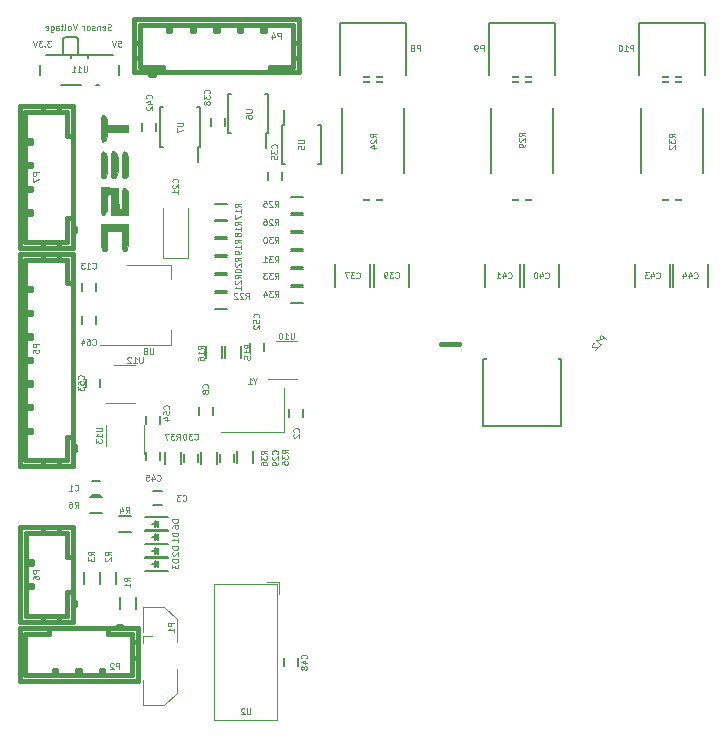
<source format=gbo>
G04 #@! TF.GenerationSoftware,KiCad,Pcbnew,(5.1.5-0)*
G04 #@! TF.CreationDate,2020-06-19T17:54:54+08:00*
G04 #@! TF.ProjectId,TESC,54455343-2e6b-4696-9361-645f70636258,A*
G04 #@! TF.SameCoordinates,Original*
G04 #@! TF.FileFunction,Legend,Bot*
G04 #@! TF.FilePolarity,Positive*
%FSLAX46Y46*%
G04 Gerber Fmt 4.6, Leading zero omitted, Abs format (unit mm)*
G04 Created by KiCad (PCBNEW (5.1.5-0)) date 2020-06-19 17:54:54*
%MOMM*%
%LPD*%
G04 APERTURE LIST*
%ADD10C,0.101600*%
%ADD11C,0.406400*%
%ADD12C,0.010000*%
%ADD13C,0.150000*%
%ADD14C,0.120000*%
%ADD15C,0.381000*%
%ADD16R,1.000000X0.800000*%
%ADD17R,0.700000X1.500000*%
%ADD18C,0.900000*%
%ADD19R,0.797560X0.797560*%
%ADD20O,1.100000X2.200000*%
%ADD21O,1.100000X1.800000*%
%ADD22R,1.500000X0.450000*%
%ADD23R,0.600000X2.700000*%
%ADD24R,2.300000X2.700000*%
%ADD25R,1.500000X1.950000*%
%ADD26R,0.450000X1.450000*%
%ADD27R,2.500000X1.000000*%
%ADD28R,0.900000X0.500000*%
%ADD29R,0.500000X0.900000*%
%ADD30R,0.750000X0.800000*%
%ADD31R,0.800000X0.750000*%
%ADD32C,1.600000*%
%ADD33O,1.699260X1.198880*%
%ADD34R,1.699260X1.198880*%
%ADD35C,3.000000*%
%ADD36O,1.198880X1.699260*%
%ADD37R,1.198880X1.699260*%
%ADD38R,5.000000X4.000000*%
%ADD39R,6.000000X5.000000*%
%ADD40R,0.800000X0.550000*%
%ADD41R,0.550000X0.800000*%
%ADD42R,0.400000X0.800000*%
%ADD43R,0.800000X0.400000*%
%ADD44R,1.500000X2.800000*%
%ADD45R,2.000000X3.800000*%
%ADD46R,2.000000X1.500000*%
%ADD47R,1.060000X0.650000*%
%ADD48R,0.650000X1.060000*%
%ADD49R,1.600000X1.300000*%
%ADD50C,0.254000*%
G04 APERTURE END LIST*
D10*
X122923904Y-56085619D02*
X122851333Y-56109809D01*
X122730380Y-56109809D01*
X122682000Y-56085619D01*
X122657809Y-56061428D01*
X122633619Y-56013047D01*
X122633619Y-55964666D01*
X122657809Y-55916285D01*
X122682000Y-55892095D01*
X122730380Y-55867904D01*
X122827142Y-55843714D01*
X122875523Y-55819523D01*
X122899714Y-55795333D01*
X122923904Y-55746952D01*
X122923904Y-55698571D01*
X122899714Y-55650190D01*
X122875523Y-55626000D01*
X122827142Y-55601809D01*
X122706190Y-55601809D01*
X122633619Y-55626000D01*
X122222380Y-56085619D02*
X122270761Y-56109809D01*
X122367523Y-56109809D01*
X122415904Y-56085619D01*
X122440095Y-56037238D01*
X122440095Y-55843714D01*
X122415904Y-55795333D01*
X122367523Y-55771142D01*
X122270761Y-55771142D01*
X122222380Y-55795333D01*
X122198190Y-55843714D01*
X122198190Y-55892095D01*
X122440095Y-55940476D01*
X121980476Y-55771142D02*
X121980476Y-56109809D01*
X121980476Y-55819523D02*
X121956285Y-55795333D01*
X121907904Y-55771142D01*
X121835333Y-55771142D01*
X121786952Y-55795333D01*
X121762761Y-55843714D01*
X121762761Y-56109809D01*
X121545047Y-56085619D02*
X121496666Y-56109809D01*
X121399904Y-56109809D01*
X121351523Y-56085619D01*
X121327333Y-56037238D01*
X121327333Y-56013047D01*
X121351523Y-55964666D01*
X121399904Y-55940476D01*
X121472476Y-55940476D01*
X121520857Y-55916285D01*
X121545047Y-55867904D01*
X121545047Y-55843714D01*
X121520857Y-55795333D01*
X121472476Y-55771142D01*
X121399904Y-55771142D01*
X121351523Y-55795333D01*
X121037047Y-56109809D02*
X121085428Y-56085619D01*
X121109619Y-56061428D01*
X121133809Y-56013047D01*
X121133809Y-55867904D01*
X121109619Y-55819523D01*
X121085428Y-55795333D01*
X121037047Y-55771142D01*
X120964476Y-55771142D01*
X120916095Y-55795333D01*
X120891904Y-55819523D01*
X120867714Y-55867904D01*
X120867714Y-56013047D01*
X120891904Y-56061428D01*
X120916095Y-56085619D01*
X120964476Y-56109809D01*
X121037047Y-56109809D01*
X120650000Y-56109809D02*
X120650000Y-55771142D01*
X120650000Y-55867904D02*
X120625809Y-55819523D01*
X120601619Y-55795333D01*
X120553238Y-55771142D01*
X120504857Y-55771142D01*
X120021047Y-55601809D02*
X119851714Y-56109809D01*
X119682380Y-55601809D01*
X119440476Y-56109809D02*
X119488857Y-56085619D01*
X119513047Y-56061428D01*
X119537238Y-56013047D01*
X119537238Y-55867904D01*
X119513047Y-55819523D01*
X119488857Y-55795333D01*
X119440476Y-55771142D01*
X119367904Y-55771142D01*
X119319523Y-55795333D01*
X119295333Y-55819523D01*
X119271142Y-55867904D01*
X119271142Y-56013047D01*
X119295333Y-56061428D01*
X119319523Y-56085619D01*
X119367904Y-56109809D01*
X119440476Y-56109809D01*
X118980857Y-56109809D02*
X119029238Y-56085619D01*
X119053428Y-56037238D01*
X119053428Y-55601809D01*
X118859904Y-55771142D02*
X118666380Y-55771142D01*
X118787333Y-55601809D02*
X118787333Y-56037238D01*
X118763142Y-56085619D01*
X118714761Y-56109809D01*
X118666380Y-56109809D01*
X118279333Y-56109809D02*
X118279333Y-55843714D01*
X118303523Y-55795333D01*
X118351904Y-55771142D01*
X118448666Y-55771142D01*
X118497047Y-55795333D01*
X118279333Y-56085619D02*
X118327714Y-56109809D01*
X118448666Y-56109809D01*
X118497047Y-56085619D01*
X118521238Y-56037238D01*
X118521238Y-55988857D01*
X118497047Y-55940476D01*
X118448666Y-55916285D01*
X118327714Y-55916285D01*
X118279333Y-55892095D01*
X117819714Y-55771142D02*
X117819714Y-56182380D01*
X117843904Y-56230761D01*
X117868095Y-56254952D01*
X117916476Y-56279142D01*
X117989047Y-56279142D01*
X118037428Y-56254952D01*
X117819714Y-56085619D02*
X117868095Y-56109809D01*
X117964857Y-56109809D01*
X118013238Y-56085619D01*
X118037428Y-56061428D01*
X118061619Y-56013047D01*
X118061619Y-55867904D01*
X118037428Y-55819523D01*
X118013238Y-55795333D01*
X117964857Y-55771142D01*
X117868095Y-55771142D01*
X117819714Y-55795333D01*
X117384285Y-56085619D02*
X117432666Y-56109809D01*
X117529428Y-56109809D01*
X117577809Y-56085619D01*
X117602000Y-56037238D01*
X117602000Y-55843714D01*
X117577809Y-55795333D01*
X117529428Y-55771142D01*
X117432666Y-55771142D01*
X117384285Y-55795333D01*
X117360095Y-55843714D01*
X117360095Y-55892095D01*
X117602000Y-55940476D01*
D11*
X150876000Y-82677000D02*
X152400000Y-82677000D01*
D10*
X117843904Y-56998809D02*
X117529428Y-56998809D01*
X117698761Y-57192333D01*
X117626190Y-57192333D01*
X117577809Y-57216523D01*
X117553619Y-57240714D01*
X117529428Y-57289095D01*
X117529428Y-57410047D01*
X117553619Y-57458428D01*
X117577809Y-57482619D01*
X117626190Y-57506809D01*
X117771333Y-57506809D01*
X117819714Y-57482619D01*
X117843904Y-57458428D01*
X117311714Y-57458428D02*
X117287523Y-57482619D01*
X117311714Y-57506809D01*
X117335904Y-57482619D01*
X117311714Y-57458428D01*
X117311714Y-57506809D01*
X117118190Y-56998809D02*
X116803714Y-56998809D01*
X116973047Y-57192333D01*
X116900476Y-57192333D01*
X116852095Y-57216523D01*
X116827904Y-57240714D01*
X116803714Y-57289095D01*
X116803714Y-57410047D01*
X116827904Y-57458428D01*
X116852095Y-57482619D01*
X116900476Y-57506809D01*
X117045619Y-57506809D01*
X117094000Y-57482619D01*
X117118190Y-57458428D01*
X116658571Y-56998809D02*
X116489238Y-57506809D01*
X116319904Y-56998809D01*
X123540761Y-56998809D02*
X123782666Y-56998809D01*
X123806857Y-57240714D01*
X123782666Y-57216523D01*
X123734285Y-57192333D01*
X123613333Y-57192333D01*
X123564952Y-57216523D01*
X123540761Y-57240714D01*
X123516571Y-57289095D01*
X123516571Y-57410047D01*
X123540761Y-57458428D01*
X123564952Y-57482619D01*
X123613333Y-57506809D01*
X123734285Y-57506809D01*
X123782666Y-57482619D01*
X123806857Y-57458428D01*
X123371428Y-56998809D02*
X123202095Y-57506809D01*
X123032761Y-56998809D01*
D12*
G36*
X122090742Y-67981145D02*
G01*
X122097536Y-68297754D01*
X122113564Y-68497953D01*
X122142679Y-68608200D01*
X122188731Y-68654952D01*
X122255570Y-68664666D01*
X122255688Y-68664667D01*
X122398375Y-68625820D01*
X122497834Y-68495650D01*
X122560053Y-68253712D01*
X122591018Y-67879564D01*
X122597334Y-67498022D01*
X122592595Y-67097251D01*
X122574621Y-66829989D01*
X122537773Y-66660581D01*
X122476415Y-66553374D01*
X122442500Y-66518789D01*
X122310005Y-66412598D01*
X122215238Y-66383456D01*
X122152002Y-66448964D01*
X122114099Y-66626723D01*
X122095330Y-66934334D01*
X122089497Y-67389397D01*
X122089334Y-67521667D01*
X122090742Y-67981145D01*
G37*
X122090742Y-67981145D02*
X122097536Y-68297754D01*
X122113564Y-68497953D01*
X122142679Y-68608200D01*
X122188731Y-68654952D01*
X122255570Y-68664666D01*
X122255688Y-68664667D01*
X122398375Y-68625820D01*
X122497834Y-68495650D01*
X122560053Y-68253712D01*
X122591018Y-67879564D01*
X122597334Y-67498022D01*
X122592595Y-67097251D01*
X122574621Y-66829989D01*
X122537773Y-66660581D01*
X122476415Y-66553374D01*
X122442500Y-66518789D01*
X122310005Y-66412598D01*
X122215238Y-66383456D01*
X122152002Y-66448964D01*
X122114099Y-66626723D01*
X122095330Y-66934334D01*
X122089497Y-67389397D01*
X122089334Y-67521667D01*
X122090742Y-67981145D01*
G36*
X122937658Y-67982087D02*
G01*
X122945028Y-68299477D01*
X122961702Y-68500126D01*
X122991273Y-68610321D01*
X123037334Y-68656352D01*
X123092211Y-68664667D01*
X123268907Y-68605178D01*
X123388545Y-68509833D01*
X123463790Y-68336976D01*
X123513187Y-68045823D01*
X123536526Y-67685462D01*
X123533597Y-67304980D01*
X123504190Y-66953461D01*
X123448094Y-66679994D01*
X123396866Y-66566839D01*
X123240800Y-66424993D01*
X123100533Y-66378667D01*
X123034372Y-66388747D01*
X122988781Y-66436613D01*
X122959953Y-66548699D01*
X122944084Y-66751438D01*
X122937368Y-67071265D01*
X122936000Y-67521667D01*
X122937658Y-67982087D01*
G37*
X122937658Y-67982087D02*
X122945028Y-68299477D01*
X122961702Y-68500126D01*
X122991273Y-68610321D01*
X123037334Y-68656352D01*
X123092211Y-68664667D01*
X123268907Y-68605178D01*
X123388545Y-68509833D01*
X123463790Y-68336976D01*
X123513187Y-68045823D01*
X123536526Y-67685462D01*
X123533597Y-67304980D01*
X123504190Y-66953461D01*
X123448094Y-66679994D01*
X123396866Y-66566839D01*
X123240800Y-66424993D01*
X123100533Y-66378667D01*
X123034372Y-66388747D01*
X122988781Y-66436613D01*
X122959953Y-66548699D01*
X122944084Y-66751438D01*
X122937368Y-67071265D01*
X122936000Y-67521667D01*
X122937658Y-67982087D01*
G36*
X122095026Y-74089239D02*
G01*
X122116721Y-74432892D01*
X122161342Y-74655928D01*
X122235814Y-74782586D01*
X122347063Y-74837100D01*
X122444933Y-74845333D01*
X122514628Y-74829230D01*
X122559283Y-74760807D01*
X122584326Y-74609895D01*
X122595190Y-74346323D01*
X122597334Y-73998667D01*
X122597334Y-73152000D01*
X123867334Y-73152000D01*
X123867334Y-73998667D01*
X123870232Y-74385861D01*
X123882548Y-74633939D01*
X123909712Y-74773071D01*
X123957155Y-74833426D01*
X124019734Y-74845333D01*
X124159307Y-74825409D01*
X124257493Y-74749478D01*
X124321218Y-74593304D01*
X124357406Y-74332650D01*
X124372981Y-73943279D01*
X124375334Y-73600733D01*
X124375334Y-72559333D01*
X122089334Y-72559333D01*
X122089334Y-73600733D01*
X122095026Y-74089239D01*
G37*
X122095026Y-74089239D02*
X122116721Y-74432892D01*
X122161342Y-74655928D01*
X122235814Y-74782586D01*
X122347063Y-74837100D01*
X122444933Y-74845333D01*
X122514628Y-74829230D01*
X122559283Y-74760807D01*
X122584326Y-74609895D01*
X122595190Y-74346323D01*
X122597334Y-73998667D01*
X122597334Y-73152000D01*
X123867334Y-73152000D01*
X123867334Y-73998667D01*
X123870232Y-74385861D01*
X123882548Y-74633939D01*
X123909712Y-74773071D01*
X123957155Y-74833426D01*
X124019734Y-74845333D01*
X124159307Y-74825409D01*
X124257493Y-74749478D01*
X124321218Y-74593304D01*
X124357406Y-74332650D01*
X124372981Y-73943279D01*
X124375334Y-73600733D01*
X124375334Y-72559333D01*
X122089334Y-72559333D01*
X122089334Y-73600733D01*
X122095026Y-74089239D01*
G36*
X122093873Y-71123327D02*
G01*
X122111080Y-71484025D01*
X122146333Y-71705791D01*
X122205015Y-71803747D01*
X122292505Y-71793017D01*
X122414185Y-71688723D01*
X122457211Y-71642500D01*
X122530905Y-71516216D01*
X122574840Y-71313391D01*
X122594662Y-70998220D01*
X122597333Y-70753500D01*
X122600368Y-70399392D01*
X122614516Y-70181779D01*
X122647342Y-70067860D01*
X122706412Y-70024835D01*
X122766667Y-70019333D01*
X122842209Y-70030480D01*
X122891202Y-70083878D01*
X122919350Y-70209467D01*
X122932353Y-70437182D01*
X122935916Y-70796964D01*
X122936000Y-70908333D01*
X122936000Y-71797333D01*
X124375334Y-71797333D01*
X124375334Y-70755933D01*
X124366451Y-70219757D01*
X124339716Y-69850529D01*
X124294999Y-69646798D01*
X124273734Y-69612933D01*
X124103856Y-69523463D01*
X124019734Y-69511333D01*
X123951134Y-69527015D01*
X123906730Y-69593821D01*
X123881386Y-69741395D01*
X123869966Y-69999380D01*
X123867334Y-70390926D01*
X123864576Y-70786712D01*
X123852993Y-71042283D01*
X123827621Y-71186715D01*
X123783496Y-71249082D01*
X123719167Y-71258759D01*
X123651232Y-71232772D01*
X123603891Y-71148066D01*
X123570962Y-70975405D01*
X123546261Y-70685552D01*
X123528667Y-70358000D01*
X123486334Y-69469000D01*
X122089334Y-69419818D01*
X122089334Y-70608576D01*
X122093873Y-71123327D01*
G37*
X122093873Y-71123327D02*
X122111080Y-71484025D01*
X122146333Y-71705791D01*
X122205015Y-71803747D01*
X122292505Y-71793017D01*
X122414185Y-71688723D01*
X122457211Y-71642500D01*
X122530905Y-71516216D01*
X122574840Y-71313391D01*
X122594662Y-70998220D01*
X122597333Y-70753500D01*
X122600368Y-70399392D01*
X122614516Y-70181779D01*
X122647342Y-70067860D01*
X122706412Y-70024835D01*
X122766667Y-70019333D01*
X122842209Y-70030480D01*
X122891202Y-70083878D01*
X122919350Y-70209467D01*
X122932353Y-70437182D01*
X122935916Y-70796964D01*
X122936000Y-70908333D01*
X122936000Y-71797333D01*
X124375334Y-71797333D01*
X124375334Y-70755933D01*
X124366451Y-70219757D01*
X124339716Y-69850529D01*
X124294999Y-69646798D01*
X124273734Y-69612933D01*
X124103856Y-69523463D01*
X124019734Y-69511333D01*
X123951134Y-69527015D01*
X123906730Y-69593821D01*
X123881386Y-69741395D01*
X123869966Y-69999380D01*
X123867334Y-70390926D01*
X123864576Y-70786712D01*
X123852993Y-71042283D01*
X123827621Y-71186715D01*
X123783496Y-71249082D01*
X123719167Y-71258759D01*
X123651232Y-71232772D01*
X123603891Y-71148066D01*
X123570962Y-70975405D01*
X123546261Y-70685552D01*
X123528667Y-70358000D01*
X123486334Y-69469000D01*
X122089334Y-69419818D01*
X122089334Y-70608576D01*
X122093873Y-71123327D01*
G36*
X123869095Y-67982590D02*
G01*
X123876708Y-68300393D01*
X123893665Y-68501270D01*
X123923459Y-68611419D01*
X123969583Y-68657034D01*
X124019734Y-68664667D01*
X124166838Y-68641161D01*
X124267920Y-68553966D01*
X124330982Y-68378061D01*
X124364029Y-68088429D01*
X124375063Y-67660051D01*
X124375334Y-67553114D01*
X124369730Y-67119071D01*
X124350310Y-66823424D01*
X124313157Y-66635525D01*
X124254356Y-66524727D01*
X124242286Y-66511714D01*
X124083458Y-66403581D01*
X123988286Y-66378667D01*
X123938337Y-66406995D01*
X123903784Y-66507827D01*
X123882112Y-66704929D01*
X123870804Y-67022070D01*
X123867347Y-67483017D01*
X123867334Y-67521667D01*
X123869095Y-67982590D01*
G37*
X123869095Y-67982590D02*
X123876708Y-68300393D01*
X123893665Y-68501270D01*
X123923459Y-68611419D01*
X123969583Y-68657034D01*
X124019734Y-68664667D01*
X124166838Y-68641161D01*
X124267920Y-68553966D01*
X124330982Y-68378061D01*
X124364029Y-68088429D01*
X124375063Y-67660051D01*
X124375334Y-67553114D01*
X124369730Y-67119071D01*
X124350310Y-66823424D01*
X124313157Y-66635525D01*
X124254356Y-66524727D01*
X124242286Y-66511714D01*
X124083458Y-66403581D01*
X123988286Y-66378667D01*
X123938337Y-66406995D01*
X123903784Y-66507827D01*
X123882112Y-66704929D01*
X123870804Y-67022070D01*
X123867347Y-67483017D01*
X123867334Y-67521667D01*
X123869095Y-67982590D01*
G36*
X122092797Y-64951927D02*
G01*
X122104657Y-65283121D01*
X122127122Y-65489400D01*
X122162399Y-65592918D01*
X122203211Y-65616667D01*
X122379493Y-65540622D01*
X122520992Y-65346973D01*
X122593708Y-65087448D01*
X122597155Y-65017333D01*
X122596976Y-64727667D01*
X123486155Y-64754280D01*
X124375334Y-64780894D01*
X124375334Y-64177333D01*
X122597334Y-64177333D01*
X122597334Y-63917767D01*
X122552634Y-63607133D01*
X122430137Y-63401511D01*
X122255688Y-63330667D01*
X122188815Y-63340346D01*
X122142735Y-63387022D01*
X122113597Y-63497154D01*
X122097552Y-63697198D01*
X122090747Y-64013613D01*
X122089334Y-64472858D01*
X122089334Y-64473667D01*
X122092797Y-64951927D01*
G37*
X122092797Y-64951927D02*
X122104657Y-65283121D01*
X122127122Y-65489400D01*
X122162399Y-65592918D01*
X122203211Y-65616667D01*
X122379493Y-65540622D01*
X122520992Y-65346973D01*
X122593708Y-65087448D01*
X122597155Y-65017333D01*
X122596976Y-64727667D01*
X123486155Y-64754280D01*
X124375334Y-64780894D01*
X124375334Y-64177333D01*
X122597334Y-64177333D01*
X122597334Y-63917767D01*
X122552634Y-63607133D01*
X122430137Y-63401511D01*
X122255688Y-63330667D01*
X122188815Y-63340346D01*
X122142735Y-63387022D01*
X122113597Y-63497154D01*
X122097552Y-63697198D01*
X122090747Y-64013613D01*
X122089334Y-64472858D01*
X122089334Y-64473667D01*
X122092797Y-64951927D01*
D13*
X123619000Y-59092000D02*
X123619000Y-59892000D01*
X116919000Y-59892000D02*
X116919000Y-59092000D01*
X118669000Y-60792000D02*
X120369000Y-60792000D01*
X117419000Y-58192000D02*
X123119000Y-58192000D01*
X120169000Y-56892000D02*
X120169000Y-58192000D01*
X119069000Y-56692000D02*
X119969000Y-56692000D01*
X118869000Y-58192000D02*
X118869000Y-56892000D01*
X120169000Y-56892000D02*
X119969000Y-56692000D01*
X118869000Y-56892000D02*
X119069000Y-56692000D01*
X121669000Y-60792000D02*
X121869000Y-60792000D01*
X119519000Y-58492000D02*
X119519000Y-58192000D01*
X121019000Y-58492000D02*
X121019000Y-58192000D01*
X127719000Y-101896000D02*
X125819000Y-101896000D01*
X127719000Y-100796000D02*
X125819000Y-100796000D01*
X126819000Y-101346000D02*
X126369000Y-101346000D01*
X126869000Y-101096000D02*
X126869000Y-101596000D01*
X126869000Y-101346000D02*
X126619000Y-101096000D01*
X126619000Y-101096000D02*
X126619000Y-101596000D01*
X126619000Y-101596000D02*
X126869000Y-101346000D01*
X127719000Y-99610000D02*
X125819000Y-99610000D01*
X127719000Y-98510000D02*
X125819000Y-98510000D01*
X126819000Y-99060000D02*
X126369000Y-99060000D01*
X126869000Y-98810000D02*
X126869000Y-99310000D01*
X126869000Y-99060000D02*
X126619000Y-98810000D01*
X126619000Y-98810000D02*
X126619000Y-99310000D01*
X126619000Y-99310000D02*
X126869000Y-99060000D01*
X127719000Y-100753000D02*
X125819000Y-100753000D01*
X127719000Y-99653000D02*
X125819000Y-99653000D01*
X126819000Y-100203000D02*
X126369000Y-100203000D01*
X126869000Y-99953000D02*
X126869000Y-100453000D01*
X126869000Y-100203000D02*
X126619000Y-99953000D01*
X126619000Y-99953000D02*
X126619000Y-100453000D01*
X126619000Y-100453000D02*
X126869000Y-100203000D01*
X126619000Y-98167000D02*
X126869000Y-97917000D01*
X126619000Y-97667000D02*
X126619000Y-98167000D01*
X126869000Y-97917000D02*
X126619000Y-97667000D01*
X126869000Y-97667000D02*
X126869000Y-98167000D01*
X126819000Y-97917000D02*
X126369000Y-97917000D01*
X127719000Y-97367000D02*
X125819000Y-97367000D01*
X127719000Y-98467000D02*
X125819000Y-98467000D01*
D14*
X128544000Y-112200000D02*
X127444000Y-113250000D01*
X128544000Y-106000000D02*
X127444000Y-104950000D01*
X125619000Y-111100000D02*
X125619000Y-113250000D01*
X128544000Y-112200000D02*
X128544000Y-110100000D01*
X125619000Y-104950000D02*
X127444000Y-104950000D01*
X128544000Y-106000000D02*
X128544000Y-108100000D01*
X125619000Y-113250000D02*
X127444000Y-113250000D01*
X125619000Y-107100000D02*
X125619000Y-104950000D01*
X125619000Y-107400000D02*
X125619000Y-108000000D01*
X126369000Y-107400000D02*
X125619000Y-107400000D01*
D13*
X147716000Y-60532000D02*
X142516000Y-60532000D01*
X147716000Y-70532000D02*
X147716000Y-60532000D01*
X142516000Y-70532000D02*
X147716000Y-70532000D01*
X142516000Y-60532000D02*
X142516000Y-70532000D01*
X173034000Y-60532000D02*
X167834000Y-60532000D01*
X173034000Y-70532000D02*
X173034000Y-60532000D01*
X167834000Y-70532000D02*
X173034000Y-70532000D01*
X167834000Y-60532000D02*
X167834000Y-70532000D01*
X160334000Y-60532000D02*
X155134000Y-60532000D01*
X160334000Y-70532000D02*
X160334000Y-60532000D01*
X155134000Y-70532000D02*
X160334000Y-70532000D01*
X155134000Y-60532000D02*
X155134000Y-70532000D01*
D14*
X129447000Y-75421000D02*
X127347000Y-75421000D01*
X127347000Y-75421000D02*
X127347000Y-71171000D01*
X129447000Y-75421000D02*
X129447000Y-71171000D01*
D13*
X137390000Y-64111000D02*
X137565000Y-64111000D01*
X137390000Y-67461000D02*
X137640000Y-67461000D01*
X140740000Y-67461000D02*
X140490000Y-67461000D01*
X140740000Y-64111000D02*
X140490000Y-64111000D01*
X137390000Y-64111000D02*
X137390000Y-67461000D01*
X140740000Y-64111000D02*
X140740000Y-67461000D01*
X137565000Y-64111000D02*
X137565000Y-62861000D01*
X136218800Y-64870200D02*
X136043800Y-64870200D01*
X136218800Y-61520200D02*
X135968800Y-61520200D01*
X132868800Y-61520200D02*
X133118800Y-61520200D01*
X132868800Y-64870200D02*
X133118800Y-64870200D01*
X136218800Y-64870200D02*
X136218800Y-61520200D01*
X132868800Y-64870200D02*
X132868800Y-61520200D01*
X136043800Y-64870200D02*
X136043800Y-66120200D01*
X130440300Y-66013200D02*
X130265300Y-66013200D01*
X130440300Y-62663200D02*
X130190300Y-62663200D01*
X127090300Y-62663200D02*
X127340300Y-62663200D01*
X127090300Y-66013200D02*
X127340300Y-66013200D01*
X130440300Y-66013200D02*
X130440300Y-62663200D01*
X127090300Y-66013200D02*
X127090300Y-62663200D01*
X130265300Y-66013200D02*
X130265300Y-67263200D01*
X144858000Y-75898500D02*
X144858000Y-77898500D01*
X141908000Y-77898500D02*
X141908000Y-75898500D01*
X148160000Y-75898500D02*
X148160000Y-77898500D01*
X145210000Y-77898500D02*
X145210000Y-75898500D01*
X160860000Y-75898500D02*
X160860000Y-77898500D01*
X157910000Y-77898500D02*
X157910000Y-75898500D01*
X157558000Y-75898500D02*
X157558000Y-77898500D01*
X154608000Y-77898500D02*
X154608000Y-75898500D01*
X170258000Y-75898500D02*
X170258000Y-77898500D01*
X167308000Y-77898500D02*
X167308000Y-75898500D01*
X173433000Y-75898500D02*
X173433000Y-77898500D01*
X170483000Y-77898500D02*
X170483000Y-75898500D01*
X123658000Y-104148000D02*
X123658000Y-105148000D01*
X125008000Y-105148000D02*
X125008000Y-104148000D01*
X123357000Y-102989000D02*
X123357000Y-101989000D01*
X122007000Y-101989000D02*
X122007000Y-102989000D01*
X121964300Y-102977000D02*
X121964300Y-101977000D01*
X120614300Y-101977000D02*
X120614300Y-102977000D01*
X121166000Y-97004500D02*
X122166000Y-97004500D01*
X122166000Y-95654500D02*
X121166000Y-95654500D01*
X132606000Y-82869000D02*
X132606000Y-83869000D01*
X133956000Y-83869000D02*
X133956000Y-82869000D01*
X131009800Y-82880200D02*
X131009800Y-83880200D01*
X132359800Y-83880200D02*
X132359800Y-82880200D01*
X132716500Y-70826000D02*
X131716500Y-70826000D01*
X131716500Y-72176000D02*
X132716500Y-72176000D01*
X132716500Y-72286500D02*
X131716500Y-72286500D01*
X131716500Y-73636500D02*
X132716500Y-73636500D01*
X132716500Y-73810500D02*
X131716500Y-73810500D01*
X131716500Y-75160500D02*
X132716500Y-75160500D01*
X132716500Y-75334500D02*
X131716500Y-75334500D01*
X131716500Y-76684500D02*
X132716500Y-76684500D01*
X132716500Y-76858500D02*
X131716500Y-76858500D01*
X131716500Y-78208500D02*
X132716500Y-78208500D01*
X132716500Y-78382500D02*
X131716500Y-78382500D01*
X131716500Y-79732500D02*
X132716500Y-79732500D01*
X138172000Y-71604500D02*
X139172000Y-71604500D01*
X139172000Y-70254500D02*
X138172000Y-70254500D01*
X138171300Y-73141200D02*
X139171300Y-73141200D01*
X139171300Y-71791200D02*
X138171300Y-71791200D01*
X138184000Y-74652500D02*
X139184000Y-74652500D01*
X139184000Y-73302500D02*
X138184000Y-73302500D01*
X138184000Y-76176500D02*
X139184000Y-76176500D01*
X139184000Y-74826500D02*
X138184000Y-74826500D01*
X138184000Y-77700500D02*
X139184000Y-77700500D01*
X139184000Y-76350500D02*
X138184000Y-76350500D01*
X138184000Y-79224500D02*
X139184000Y-79224500D01*
X139184000Y-77874500D02*
X138184000Y-77874500D01*
X133564000Y-91778200D02*
X133564000Y-92778200D01*
X134914000Y-92778200D02*
X134914000Y-91778200D01*
X137379000Y-68803000D02*
X137379000Y-68103000D01*
X136179000Y-68103000D02*
X136179000Y-68803000D01*
X122003300Y-94281700D02*
X121303300Y-94281700D01*
X121303300Y-95481700D02*
X122003300Y-95481700D01*
X139157000Y-88869000D02*
X139157000Y-88169000D01*
X137957000Y-88169000D02*
X137957000Y-88869000D01*
X127223000Y-95158000D02*
X126523000Y-95158000D01*
X126523000Y-96358000D02*
X127223000Y-96358000D01*
X130337000Y-88042000D02*
X130337000Y-88742000D01*
X131537000Y-88742000D02*
X131537000Y-88042000D01*
X120431000Y-77501000D02*
X120431000Y-78201000D01*
X121631000Y-78201000D02*
X121631000Y-77501000D01*
X135855000Y-83281000D02*
X135855000Y-82581000D01*
X134655000Y-82581000D02*
X134655000Y-83281000D01*
X131353000Y-63531000D02*
X131353000Y-64231000D01*
X132553000Y-64231000D02*
X132553000Y-63531000D01*
X125574500Y-63987500D02*
X125574500Y-64687500D01*
X126774500Y-64687500D02*
X126774500Y-63987500D01*
X120431000Y-80295000D02*
X120431000Y-80995000D01*
X121631000Y-80995000D02*
X121631000Y-80295000D01*
D15*
X119899920Y-104802480D02*
X119699260Y-104802480D01*
X119899920Y-104502760D02*
X119899920Y-104802480D01*
X119699260Y-104502760D02*
X119899920Y-104502760D01*
X119699260Y-98201020D02*
X115200920Y-98201020D01*
X119699260Y-106202020D02*
X115200920Y-106202020D01*
X119198880Y-100700380D02*
X119699260Y-100700380D01*
X119198880Y-98701400D02*
X119198880Y-100700380D01*
X115698760Y-98701400D02*
X119198880Y-98701400D01*
X119198880Y-105701640D02*
X115698760Y-105701640D01*
X119198880Y-103702660D02*
X119198880Y-105701640D01*
X119699260Y-103702660D02*
X119198880Y-103702660D01*
X118500380Y-105701640D02*
X118500380Y-106202020D01*
X117199900Y-105701640D02*
X117199900Y-106202020D01*
X117199900Y-98701400D02*
X117199900Y-98201020D01*
X118500380Y-98201020D02*
X118500380Y-98701400D01*
X116199140Y-101104240D02*
X115698760Y-101104240D01*
X116199140Y-101302360D02*
X116199140Y-101104240D01*
X115698760Y-101302360D02*
X116199140Y-101302360D01*
X115698760Y-103301340D02*
X116199140Y-103301340D01*
X116199140Y-103301340D02*
X116199140Y-103103220D01*
X116199140Y-103103220D02*
X115698760Y-103103220D01*
X115200920Y-106202020D02*
X115200920Y-98201020D01*
X115698760Y-98701400D02*
X115698760Y-105701640D01*
X119699260Y-106202020D02*
X119699260Y-98201020D01*
X123784360Y-106558080D02*
X123784360Y-106758740D01*
X123484640Y-106558080D02*
X123784360Y-106558080D01*
X123484640Y-106758740D02*
X123484640Y-106558080D01*
X115181380Y-106758740D02*
X115181380Y-111257080D01*
X125183900Y-106758740D02*
X125183900Y-111257080D01*
X117680740Y-107259120D02*
X117680740Y-106758740D01*
X115681760Y-107259120D02*
X117680740Y-107259120D01*
X115681760Y-110759240D02*
X115681760Y-107259120D01*
X124683520Y-107259120D02*
X124683520Y-110759240D01*
X122684540Y-107259120D02*
X124683520Y-107259120D01*
X122684540Y-106758740D02*
X122684540Y-107259120D01*
X124683520Y-107957620D02*
X125183900Y-107957620D01*
X124683520Y-109258100D02*
X125183900Y-109258100D01*
X115681760Y-109258100D02*
X115181380Y-109258100D01*
X115181380Y-107957620D02*
X115681760Y-107957620D01*
X118084600Y-110258860D02*
X118084600Y-110759240D01*
X118282720Y-110258860D02*
X118084600Y-110258860D01*
X118282720Y-110759240D02*
X118282720Y-110258860D01*
X122283220Y-110759240D02*
X122283220Y-110258860D01*
X122283220Y-110258860D02*
X122085100Y-110258860D01*
X122085100Y-110258860D02*
X122085100Y-110759240D01*
X125183900Y-106758740D02*
X115181380Y-106758740D01*
X115681760Y-110759240D02*
X124683520Y-110759240D01*
X125183900Y-111257080D02*
X115181380Y-111257080D01*
X120281700Y-110759240D02*
X120281700Y-110258860D01*
X120281700Y-110258860D02*
X120083580Y-110258860D01*
X120083580Y-110258860D02*
X120083580Y-110759240D01*
X126246760Y-59899920D02*
X126246760Y-59699260D01*
X126546480Y-59899920D02*
X126246760Y-59899920D01*
X126546480Y-59699260D02*
X126546480Y-59899920D01*
X138850240Y-59699260D02*
X138850240Y-55200920D01*
X124847220Y-59699260D02*
X124847220Y-55200920D01*
X136350880Y-59198880D02*
X136350880Y-59699260D01*
X138349860Y-59198880D02*
X136350880Y-59198880D01*
X138349860Y-55698760D02*
X138349860Y-59198880D01*
X125347600Y-59198880D02*
X125347600Y-55698760D01*
X127346580Y-59198880D02*
X125347600Y-59198880D01*
X127346580Y-59699260D02*
X127346580Y-59198880D01*
X125347600Y-58500380D02*
X124847220Y-58500380D01*
X125347600Y-57199900D02*
X124847220Y-57199900D01*
X138349860Y-57199900D02*
X138850240Y-57199900D01*
X138850240Y-58500380D02*
X138349860Y-58500380D01*
X131946520Y-56199140D02*
X131946520Y-55698760D01*
X131748400Y-56199140D02*
X131946520Y-56199140D01*
X131748400Y-55698760D02*
X131748400Y-56199140D01*
X127747900Y-55698760D02*
X127747900Y-56199140D01*
X127747900Y-56199140D02*
X127946020Y-56199140D01*
X127946020Y-56199140D02*
X127946020Y-55698760D01*
X129749420Y-55698760D02*
X129749420Y-56199140D01*
X129749420Y-56199140D02*
X129947540Y-56199140D01*
X129947540Y-56199140D02*
X129947540Y-55698760D01*
X135748900Y-55698760D02*
X135748900Y-56199140D01*
X135748900Y-56199140D02*
X135947020Y-56199140D01*
X135947020Y-56199140D02*
X135947020Y-55698760D01*
X133945500Y-56199140D02*
X133945500Y-55698760D01*
X133747380Y-56199140D02*
X133945500Y-56199140D01*
X133747380Y-55698760D02*
X133747380Y-56199140D01*
X138349860Y-55698760D02*
X125350140Y-55698760D01*
X124849760Y-55200920D02*
X138850240Y-55200920D01*
X138850240Y-59699260D02*
X124849760Y-59699260D01*
X119882920Y-91650760D02*
X119682260Y-91650760D01*
X119882920Y-91351040D02*
X119882920Y-91650760D01*
X119682260Y-91351040D02*
X119882920Y-91351040D01*
X119682260Y-75046780D02*
X115183920Y-75046780D01*
X119682260Y-93050300D02*
X115183920Y-93050300D01*
X119181880Y-77546140D02*
X119682260Y-77546140D01*
X119181880Y-75547160D02*
X119181880Y-77546140D01*
X115681760Y-75547160D02*
X119181880Y-75547160D01*
X119181880Y-92549920D02*
X115681760Y-92549920D01*
X119181880Y-90550940D02*
X119181880Y-92549920D01*
X119682260Y-90550940D02*
X119181880Y-90550940D01*
X118483380Y-92549920D02*
X118483380Y-93050300D01*
X117182900Y-92549920D02*
X117182900Y-93050300D01*
X117182900Y-75547160D02*
X117182900Y-75046780D01*
X118483380Y-75046780D02*
X118483380Y-75547160D01*
X116182140Y-85951000D02*
X115681760Y-85951000D01*
X116182140Y-86149120D02*
X116182140Y-85951000D01*
X115681760Y-86149120D02*
X116182140Y-86149120D01*
X115681760Y-90149620D02*
X116182140Y-90149620D01*
X116182140Y-90149620D02*
X116182140Y-89951500D01*
X116182140Y-89951500D02*
X115681760Y-89951500D01*
X115681760Y-88148100D02*
X116182140Y-88148100D01*
X116182140Y-88148100D02*
X116182140Y-87949980D01*
X116182140Y-87949980D02*
X115681760Y-87949980D01*
X115681760Y-80147100D02*
X116182140Y-80147100D01*
X116182140Y-80147100D02*
X116182140Y-79948980D01*
X116182140Y-79948980D02*
X115681760Y-79948980D01*
X116182140Y-83952020D02*
X115681760Y-83952020D01*
X116182140Y-84150140D02*
X116182140Y-83952020D01*
X115681760Y-84150140D02*
X116182140Y-84150140D01*
X116182140Y-77950000D02*
X115681760Y-77950000D01*
X116182140Y-78148120D02*
X116182140Y-77950000D01*
X115681760Y-78148120D02*
X116182140Y-78148120D01*
X116182140Y-81947960D02*
X115681760Y-81947960D01*
X116182140Y-82146080D02*
X116182140Y-81947960D01*
X115681760Y-82146080D02*
X116182140Y-82146080D01*
X119682260Y-93045220D02*
X119682260Y-75046780D01*
X115681760Y-75547160D02*
X115681760Y-92544840D01*
X115183920Y-93045220D02*
X115183920Y-75046780D01*
X119882920Y-73148480D02*
X119682260Y-73148480D01*
X119882920Y-72848760D02*
X119882920Y-73148480D01*
X119682260Y-72848760D02*
X119882920Y-72848760D01*
X119682260Y-62546520D02*
X115183920Y-62546520D01*
X119682260Y-74548020D02*
X115183920Y-74548020D01*
X119181880Y-65045880D02*
X119682260Y-65045880D01*
X119181880Y-63046900D02*
X119181880Y-65045880D01*
X115681760Y-63046900D02*
X119181880Y-63046900D01*
X119181880Y-74047640D02*
X115681760Y-74047640D01*
X119181880Y-72048660D02*
X119181880Y-74047640D01*
X119682260Y-72048660D02*
X119181880Y-72048660D01*
X118483380Y-74047640D02*
X118483380Y-74548020D01*
X117182900Y-74047640D02*
X117182900Y-74548020D01*
X117182900Y-63046900D02*
X117182900Y-62546520D01*
X118483380Y-62546520D02*
X118483380Y-63046900D01*
X116182140Y-67448720D02*
X115681760Y-67448720D01*
X116182140Y-67646840D02*
X116182140Y-67448720D01*
X115681760Y-67646840D02*
X116182140Y-67646840D01*
X115681760Y-71647340D02*
X116182140Y-71647340D01*
X116182140Y-71647340D02*
X116182140Y-71449220D01*
X116182140Y-71449220D02*
X115681760Y-71449220D01*
X115681760Y-69645820D02*
X116182140Y-69645820D01*
X116182140Y-69645820D02*
X116182140Y-69447700D01*
X116182140Y-69447700D02*
X115681760Y-69447700D01*
X115681760Y-65647860D02*
X116182140Y-65647860D01*
X116182140Y-65647860D02*
X116182140Y-65449740D01*
X116182140Y-65449740D02*
X115681760Y-65449740D01*
X115183920Y-62546520D02*
X115183920Y-74545480D01*
X115681760Y-74045100D02*
X115681760Y-63046900D01*
X119682260Y-62546520D02*
X119682260Y-74545480D01*
D13*
X147914500Y-55485000D02*
X142314500Y-55485000D01*
X147914500Y-60085000D02*
X147914500Y-55485000D01*
X142314500Y-60085000D02*
X147914500Y-60085000D01*
X142314500Y-55485000D02*
X142314500Y-60085000D01*
X160534000Y-55485000D02*
X154934000Y-55485000D01*
X160534000Y-60085000D02*
X160534000Y-55485000D01*
X154934000Y-60085000D02*
X160534000Y-60085000D01*
X154934000Y-55485000D02*
X154934000Y-60085000D01*
X167634000Y-55485000D02*
X167634000Y-60085000D01*
X167634000Y-60085000D02*
X173234000Y-60085000D01*
X173234000Y-60085000D02*
X173234000Y-55485000D01*
X173234000Y-55485000D02*
X167634000Y-55485000D01*
X154434000Y-84000000D02*
X154434000Y-89600000D01*
X161034000Y-84000000D02*
X154434000Y-84000000D01*
X161034000Y-89600000D02*
X161034000Y-84000000D01*
X154434000Y-89600000D02*
X161034000Y-89600000D01*
X132115000Y-91979000D02*
X132115000Y-92679000D01*
X133315000Y-92679000D02*
X133315000Y-91979000D01*
X129067000Y-91979000D02*
X129067000Y-92679000D01*
X130267000Y-92679000D02*
X130267000Y-91979000D01*
X125892000Y-91852000D02*
X125892000Y-92552000D01*
X127092000Y-92552000D02*
X127092000Y-91852000D01*
X137548000Y-109281000D02*
X137548000Y-109981000D01*
X138748000Y-109981000D02*
X138748000Y-109281000D01*
X120812000Y-85629000D02*
X120812000Y-86329000D01*
X122012000Y-86329000D02*
X122012000Y-85629000D01*
X125892000Y-88804000D02*
X125892000Y-89504000D01*
X127092000Y-89504000D02*
X127092000Y-88804000D01*
X123579000Y-98592000D02*
X124579000Y-98592000D01*
X124579000Y-97242000D02*
X123579000Y-97242000D01*
X131866000Y-92829000D02*
X131866000Y-91829000D01*
X130516000Y-91829000D02*
X130516000Y-92829000D01*
X127468000Y-91817000D02*
X127468000Y-92817000D01*
X128818000Y-92817000D02*
X128818000Y-91817000D01*
D14*
X131678000Y-102982000D02*
X131678000Y-114502000D01*
X136998000Y-102982000D02*
X131678000Y-102982000D01*
X136998000Y-102982000D02*
X136998000Y-114502000D01*
X136998000Y-114502000D02*
X131678000Y-114502000D01*
X137158000Y-102822000D02*
X136158000Y-102822000D01*
X137158000Y-102822000D02*
X137158000Y-103822000D01*
X128021000Y-75965000D02*
X128021000Y-77225000D01*
X128021000Y-82785000D02*
X128021000Y-81525000D01*
X124261000Y-75965000D02*
X128021000Y-75965000D01*
X122011000Y-82785000D02*
X128021000Y-82785000D01*
X136895000Y-82464000D02*
X138695000Y-82464000D01*
X138695000Y-85684000D02*
X136245000Y-85684000D01*
X123179000Y-84496000D02*
X124979000Y-84496000D01*
X124979000Y-87716000D02*
X122529000Y-87716000D01*
X125689000Y-89524000D02*
X125689000Y-91974000D01*
X122469000Y-91324000D02*
X122469000Y-89524000D01*
X137556000Y-90135320D02*
X132256000Y-90135320D01*
X137556000Y-86435320D02*
X137556000Y-90135320D01*
D10*
X120897952Y-59157809D02*
X120897952Y-59569047D01*
X120873761Y-59617428D01*
X120849571Y-59641619D01*
X120801190Y-59665809D01*
X120704428Y-59665809D01*
X120656047Y-59641619D01*
X120631857Y-59617428D01*
X120607666Y-59569047D01*
X120607666Y-59157809D01*
X120099666Y-59665809D02*
X120389952Y-59665809D01*
X120244809Y-59665809D02*
X120244809Y-59157809D01*
X120293190Y-59230380D01*
X120341571Y-59278761D01*
X120389952Y-59302952D01*
X119615857Y-59665809D02*
X119906142Y-59665809D01*
X119761000Y-59665809D02*
X119761000Y-59157809D01*
X119809380Y-59230380D01*
X119857761Y-59278761D01*
X119906142Y-59302952D01*
X128626809Y-100924547D02*
X128118809Y-100924547D01*
X128118809Y-101045500D01*
X128143000Y-101118071D01*
X128191380Y-101166452D01*
X128239761Y-101190642D01*
X128336523Y-101214833D01*
X128409095Y-101214833D01*
X128505857Y-101190642D01*
X128554238Y-101166452D01*
X128602619Y-101118071D01*
X128626809Y-101045500D01*
X128626809Y-100924547D01*
X128118809Y-101384166D02*
X128118809Y-101698642D01*
X128312333Y-101529309D01*
X128312333Y-101601880D01*
X128336523Y-101650261D01*
X128360714Y-101674452D01*
X128409095Y-101698642D01*
X128530047Y-101698642D01*
X128578428Y-101674452D01*
X128602619Y-101650261D01*
X128626809Y-101601880D01*
X128626809Y-101456738D01*
X128602619Y-101408357D01*
X128578428Y-101384166D01*
X128626809Y-98685047D02*
X128118809Y-98685047D01*
X128118809Y-98806000D01*
X128143000Y-98878571D01*
X128191380Y-98926952D01*
X128239761Y-98951142D01*
X128336523Y-98975333D01*
X128409095Y-98975333D01*
X128505857Y-98951142D01*
X128554238Y-98926952D01*
X128602619Y-98878571D01*
X128626809Y-98806000D01*
X128626809Y-98685047D01*
X128626809Y-99459142D02*
X128626809Y-99168857D01*
X128626809Y-99314000D02*
X128118809Y-99314000D01*
X128191380Y-99265619D01*
X128239761Y-99217238D01*
X128263952Y-99168857D01*
X128626809Y-99828047D02*
X128118809Y-99828047D01*
X128118809Y-99949000D01*
X128143000Y-100021571D01*
X128191380Y-100069952D01*
X128239761Y-100094142D01*
X128336523Y-100118333D01*
X128409095Y-100118333D01*
X128505857Y-100094142D01*
X128554238Y-100069952D01*
X128602619Y-100021571D01*
X128626809Y-99949000D01*
X128626809Y-99828047D01*
X128167190Y-100311857D02*
X128143000Y-100336047D01*
X128118809Y-100384428D01*
X128118809Y-100505380D01*
X128143000Y-100553761D01*
X128167190Y-100577952D01*
X128215571Y-100602142D01*
X128263952Y-100602142D01*
X128336523Y-100577952D01*
X128626809Y-100287666D01*
X128626809Y-100602142D01*
X128626809Y-97542047D02*
X128118809Y-97542047D01*
X128118809Y-97663000D01*
X128143000Y-97735571D01*
X128191380Y-97783952D01*
X128239761Y-97808142D01*
X128336523Y-97832333D01*
X128409095Y-97832333D01*
X128505857Y-97808142D01*
X128554238Y-97783952D01*
X128602619Y-97735571D01*
X128626809Y-97663000D01*
X128626809Y-97542047D01*
X128118809Y-98267761D02*
X128118809Y-98171000D01*
X128143000Y-98122619D01*
X128167190Y-98098428D01*
X128239761Y-98050047D01*
X128336523Y-98025857D01*
X128530047Y-98025857D01*
X128578428Y-98050047D01*
X128602619Y-98074238D01*
X128626809Y-98122619D01*
X128626809Y-98219380D01*
X128602619Y-98267761D01*
X128578428Y-98291952D01*
X128530047Y-98316142D01*
X128409095Y-98316142D01*
X128360714Y-98291952D01*
X128336523Y-98267761D01*
X128312333Y-98219380D01*
X128312333Y-98122619D01*
X128336523Y-98074238D01*
X128360714Y-98050047D01*
X128409095Y-98025857D01*
X128249809Y-106318047D02*
X127741809Y-106318047D01*
X127741809Y-106511571D01*
X127766000Y-106559952D01*
X127790190Y-106584142D01*
X127838571Y-106608333D01*
X127911142Y-106608333D01*
X127959523Y-106584142D01*
X127983714Y-106559952D01*
X128007904Y-106511571D01*
X128007904Y-106318047D01*
X128249809Y-107092142D02*
X128249809Y-106801857D01*
X128249809Y-106947000D02*
X127741809Y-106947000D01*
X127814380Y-106898619D01*
X127862761Y-106850238D01*
X127886952Y-106801857D01*
X145390809Y-65205428D02*
X145148904Y-65036095D01*
X145390809Y-64915142D02*
X144882809Y-64915142D01*
X144882809Y-65108666D01*
X144907000Y-65157047D01*
X144931190Y-65181238D01*
X144979571Y-65205428D01*
X145052142Y-65205428D01*
X145100523Y-65181238D01*
X145124714Y-65157047D01*
X145148904Y-65108666D01*
X145148904Y-64915142D01*
X144931190Y-65398952D02*
X144907000Y-65423142D01*
X144882809Y-65471523D01*
X144882809Y-65592476D01*
X144907000Y-65640857D01*
X144931190Y-65665047D01*
X144979571Y-65689238D01*
X145027952Y-65689238D01*
X145100523Y-65665047D01*
X145390809Y-65374761D01*
X145390809Y-65689238D01*
X145052142Y-66124666D02*
X145390809Y-66124666D01*
X144858619Y-66003714D02*
X145221476Y-65882761D01*
X145221476Y-66197238D01*
X170663809Y-65205428D02*
X170421904Y-65036095D01*
X170663809Y-64915142D02*
X170155809Y-64915142D01*
X170155809Y-65108666D01*
X170180000Y-65157047D01*
X170204190Y-65181238D01*
X170252571Y-65205428D01*
X170325142Y-65205428D01*
X170373523Y-65181238D01*
X170397714Y-65157047D01*
X170421904Y-65108666D01*
X170421904Y-64915142D01*
X170155809Y-65374761D02*
X170155809Y-65689238D01*
X170349333Y-65519904D01*
X170349333Y-65592476D01*
X170373523Y-65640857D01*
X170397714Y-65665047D01*
X170446095Y-65689238D01*
X170567047Y-65689238D01*
X170615428Y-65665047D01*
X170639619Y-65640857D01*
X170663809Y-65592476D01*
X170663809Y-65447333D01*
X170639619Y-65398952D01*
X170615428Y-65374761D01*
X170204190Y-65882761D02*
X170180000Y-65906952D01*
X170155809Y-65955333D01*
X170155809Y-66076285D01*
X170180000Y-66124666D01*
X170204190Y-66148857D01*
X170252571Y-66173047D01*
X170300952Y-66173047D01*
X170373523Y-66148857D01*
X170663809Y-65858571D01*
X170663809Y-66173047D01*
X157963809Y-65078428D02*
X157721904Y-64909095D01*
X157963809Y-64788142D02*
X157455809Y-64788142D01*
X157455809Y-64981666D01*
X157480000Y-65030047D01*
X157504190Y-65054238D01*
X157552571Y-65078428D01*
X157625142Y-65078428D01*
X157673523Y-65054238D01*
X157697714Y-65030047D01*
X157721904Y-64981666D01*
X157721904Y-64788142D01*
X157504190Y-65271952D02*
X157480000Y-65296142D01*
X157455809Y-65344523D01*
X157455809Y-65465476D01*
X157480000Y-65513857D01*
X157504190Y-65538047D01*
X157552571Y-65562238D01*
X157600952Y-65562238D01*
X157673523Y-65538047D01*
X157963809Y-65247761D01*
X157963809Y-65562238D01*
X157963809Y-65804142D02*
X157963809Y-65900904D01*
X157939619Y-65949285D01*
X157915428Y-65973476D01*
X157842857Y-66021857D01*
X157746095Y-66046047D01*
X157552571Y-66046047D01*
X157504190Y-66021857D01*
X157480000Y-65997666D01*
X157455809Y-65949285D01*
X157455809Y-65852523D01*
X157480000Y-65804142D01*
X157504190Y-65779952D01*
X157552571Y-65755761D01*
X157673523Y-65755761D01*
X157721904Y-65779952D01*
X157746095Y-65804142D01*
X157770285Y-65852523D01*
X157770285Y-65949285D01*
X157746095Y-65997666D01*
X157721904Y-66021857D01*
X157673523Y-66046047D01*
X128578428Y-69015428D02*
X128602619Y-68991238D01*
X128626809Y-68918666D01*
X128626809Y-68870285D01*
X128602619Y-68797714D01*
X128554238Y-68749333D01*
X128505857Y-68725142D01*
X128409095Y-68700952D01*
X128336523Y-68700952D01*
X128239761Y-68725142D01*
X128191380Y-68749333D01*
X128143000Y-68797714D01*
X128118809Y-68870285D01*
X128118809Y-68918666D01*
X128143000Y-68991238D01*
X128167190Y-69015428D01*
X128167190Y-69208952D02*
X128143000Y-69233142D01*
X128118809Y-69281523D01*
X128118809Y-69402476D01*
X128143000Y-69450857D01*
X128167190Y-69475047D01*
X128215571Y-69499238D01*
X128263952Y-69499238D01*
X128336523Y-69475047D01*
X128626809Y-69184761D01*
X128626809Y-69499238D01*
X128626809Y-69983047D02*
X128626809Y-69692761D01*
X128626809Y-69837904D02*
X128118809Y-69837904D01*
X128191380Y-69789523D01*
X128239761Y-69741142D01*
X128263952Y-69692761D01*
X138786809Y-65398952D02*
X139198047Y-65398952D01*
X139246428Y-65423142D01*
X139270619Y-65447333D01*
X139294809Y-65495714D01*
X139294809Y-65592476D01*
X139270619Y-65640857D01*
X139246428Y-65665047D01*
X139198047Y-65689238D01*
X138786809Y-65689238D01*
X138786809Y-66173047D02*
X138786809Y-65931142D01*
X139028714Y-65906952D01*
X139004523Y-65931142D01*
X138980333Y-65979523D01*
X138980333Y-66100476D01*
X139004523Y-66148857D01*
X139028714Y-66173047D01*
X139077095Y-66197238D01*
X139198047Y-66197238D01*
X139246428Y-66173047D01*
X139270619Y-66148857D01*
X139294809Y-66100476D01*
X139294809Y-65979523D01*
X139270619Y-65931142D01*
X139246428Y-65906952D01*
X134341809Y-62808152D02*
X134753047Y-62808152D01*
X134801428Y-62832342D01*
X134825619Y-62856533D01*
X134849809Y-62904914D01*
X134849809Y-63001676D01*
X134825619Y-63050057D01*
X134801428Y-63074247D01*
X134753047Y-63098438D01*
X134341809Y-63098438D01*
X134341809Y-63558057D02*
X134341809Y-63461295D01*
X134366000Y-63412914D01*
X134390190Y-63388723D01*
X134462761Y-63340342D01*
X134559523Y-63316152D01*
X134753047Y-63316152D01*
X134801428Y-63340342D01*
X134825619Y-63364533D01*
X134849809Y-63412914D01*
X134849809Y-63509676D01*
X134825619Y-63558057D01*
X134801428Y-63582247D01*
X134753047Y-63606438D01*
X134632095Y-63606438D01*
X134583714Y-63582247D01*
X134559523Y-63558057D01*
X134535333Y-63509676D01*
X134535333Y-63412914D01*
X134559523Y-63364533D01*
X134583714Y-63340342D01*
X134632095Y-63316152D01*
X128499809Y-63951152D02*
X128911047Y-63951152D01*
X128959428Y-63975342D01*
X128983619Y-63999533D01*
X129007809Y-64047914D01*
X129007809Y-64144676D01*
X128983619Y-64193057D01*
X128959428Y-64217247D01*
X128911047Y-64241438D01*
X128499809Y-64241438D01*
X128499809Y-64434961D02*
X128499809Y-64773628D01*
X129007809Y-64555914D01*
X143709571Y-77079928D02*
X143733761Y-77104119D01*
X143806333Y-77128309D01*
X143854714Y-77128309D01*
X143927285Y-77104119D01*
X143975666Y-77055738D01*
X143999857Y-77007357D01*
X144024047Y-76910595D01*
X144024047Y-76838023D01*
X143999857Y-76741261D01*
X143975666Y-76692880D01*
X143927285Y-76644500D01*
X143854714Y-76620309D01*
X143806333Y-76620309D01*
X143733761Y-76644500D01*
X143709571Y-76668690D01*
X143540238Y-76620309D02*
X143225761Y-76620309D01*
X143395095Y-76813833D01*
X143322523Y-76813833D01*
X143274142Y-76838023D01*
X143249952Y-76862214D01*
X143225761Y-76910595D01*
X143225761Y-77031547D01*
X143249952Y-77079928D01*
X143274142Y-77104119D01*
X143322523Y-77128309D01*
X143467666Y-77128309D01*
X143516047Y-77104119D01*
X143540238Y-77079928D01*
X143056428Y-76620309D02*
X142717761Y-76620309D01*
X142935476Y-77128309D01*
X147011571Y-77055928D02*
X147035761Y-77080119D01*
X147108333Y-77104309D01*
X147156714Y-77104309D01*
X147229285Y-77080119D01*
X147277666Y-77031738D01*
X147301857Y-76983357D01*
X147326047Y-76886595D01*
X147326047Y-76814023D01*
X147301857Y-76717261D01*
X147277666Y-76668880D01*
X147229285Y-76620500D01*
X147156714Y-76596309D01*
X147108333Y-76596309D01*
X147035761Y-76620500D01*
X147011571Y-76644690D01*
X146842238Y-76596309D02*
X146527761Y-76596309D01*
X146697095Y-76789833D01*
X146624523Y-76789833D01*
X146576142Y-76814023D01*
X146551952Y-76838214D01*
X146527761Y-76886595D01*
X146527761Y-77007547D01*
X146551952Y-77055928D01*
X146576142Y-77080119D01*
X146624523Y-77104309D01*
X146769666Y-77104309D01*
X146818047Y-77080119D01*
X146842238Y-77055928D01*
X146285857Y-77104309D02*
X146189095Y-77104309D01*
X146140714Y-77080119D01*
X146116523Y-77055928D01*
X146068142Y-76983357D01*
X146043952Y-76886595D01*
X146043952Y-76693071D01*
X146068142Y-76644690D01*
X146092333Y-76620500D01*
X146140714Y-76596309D01*
X146237476Y-76596309D01*
X146285857Y-76620500D01*
X146310047Y-76644690D01*
X146334238Y-76693071D01*
X146334238Y-76814023D01*
X146310047Y-76862404D01*
X146285857Y-76886595D01*
X146237476Y-76910785D01*
X146140714Y-76910785D01*
X146092333Y-76886595D01*
X146068142Y-76862404D01*
X146043952Y-76814023D01*
X159711571Y-77079928D02*
X159735761Y-77104119D01*
X159808333Y-77128309D01*
X159856714Y-77128309D01*
X159929285Y-77104119D01*
X159977666Y-77055738D01*
X160001857Y-77007357D01*
X160026047Y-76910595D01*
X160026047Y-76838023D01*
X160001857Y-76741261D01*
X159977666Y-76692880D01*
X159929285Y-76644500D01*
X159856714Y-76620309D01*
X159808333Y-76620309D01*
X159735761Y-76644500D01*
X159711571Y-76668690D01*
X159276142Y-76789642D02*
X159276142Y-77128309D01*
X159397095Y-76596119D02*
X159518047Y-76958976D01*
X159203571Y-76958976D01*
X158913285Y-76620309D02*
X158864904Y-76620309D01*
X158816523Y-76644500D01*
X158792333Y-76668690D01*
X158768142Y-76717071D01*
X158743952Y-76813833D01*
X158743952Y-76934785D01*
X158768142Y-77031547D01*
X158792333Y-77079928D01*
X158816523Y-77104119D01*
X158864904Y-77128309D01*
X158913285Y-77128309D01*
X158961666Y-77104119D01*
X158985857Y-77079928D01*
X159010047Y-77031547D01*
X159034238Y-76934785D01*
X159034238Y-76813833D01*
X159010047Y-76717071D01*
X158985857Y-76668690D01*
X158961666Y-76644500D01*
X158913285Y-76620309D01*
X156536571Y-77079928D02*
X156560761Y-77104119D01*
X156633333Y-77128309D01*
X156681714Y-77128309D01*
X156754285Y-77104119D01*
X156802666Y-77055738D01*
X156826857Y-77007357D01*
X156851047Y-76910595D01*
X156851047Y-76838023D01*
X156826857Y-76741261D01*
X156802666Y-76692880D01*
X156754285Y-76644500D01*
X156681714Y-76620309D01*
X156633333Y-76620309D01*
X156560761Y-76644500D01*
X156536571Y-76668690D01*
X156101142Y-76789642D02*
X156101142Y-77128309D01*
X156222095Y-76596119D02*
X156343047Y-76958976D01*
X156028571Y-76958976D01*
X155568952Y-77128309D02*
X155859238Y-77128309D01*
X155714095Y-77128309D02*
X155714095Y-76620309D01*
X155762476Y-76692880D01*
X155810857Y-76741261D01*
X155859238Y-76765452D01*
X169109571Y-77079928D02*
X169133761Y-77104119D01*
X169206333Y-77128309D01*
X169254714Y-77128309D01*
X169327285Y-77104119D01*
X169375666Y-77055738D01*
X169399857Y-77007357D01*
X169424047Y-76910595D01*
X169424047Y-76838023D01*
X169399857Y-76741261D01*
X169375666Y-76692880D01*
X169327285Y-76644500D01*
X169254714Y-76620309D01*
X169206333Y-76620309D01*
X169133761Y-76644500D01*
X169109571Y-76668690D01*
X168674142Y-76789642D02*
X168674142Y-77128309D01*
X168795095Y-76596119D02*
X168916047Y-76958976D01*
X168601571Y-76958976D01*
X168456428Y-76620309D02*
X168141952Y-76620309D01*
X168311285Y-76813833D01*
X168238714Y-76813833D01*
X168190333Y-76838023D01*
X168166142Y-76862214D01*
X168141952Y-76910595D01*
X168141952Y-77031547D01*
X168166142Y-77079928D01*
X168190333Y-77104119D01*
X168238714Y-77128309D01*
X168383857Y-77128309D01*
X168432238Y-77104119D01*
X168456428Y-77079928D01*
X172284571Y-77079928D02*
X172308761Y-77104119D01*
X172381333Y-77128309D01*
X172429714Y-77128309D01*
X172502285Y-77104119D01*
X172550666Y-77055738D01*
X172574857Y-77007357D01*
X172599047Y-76910595D01*
X172599047Y-76838023D01*
X172574857Y-76741261D01*
X172550666Y-76692880D01*
X172502285Y-76644500D01*
X172429714Y-76620309D01*
X172381333Y-76620309D01*
X172308761Y-76644500D01*
X172284571Y-76668690D01*
X171849142Y-76789642D02*
X171849142Y-77128309D01*
X171970095Y-76596119D02*
X172091047Y-76958976D01*
X171776571Y-76958976D01*
X171365333Y-76789642D02*
X171365333Y-77128309D01*
X171486285Y-76596119D02*
X171607238Y-76958976D01*
X171292761Y-76958976D01*
X124562809Y-102785333D02*
X124320904Y-102616000D01*
X124562809Y-102495047D02*
X124054809Y-102495047D01*
X124054809Y-102688571D01*
X124079000Y-102736952D01*
X124103190Y-102761142D01*
X124151571Y-102785333D01*
X124224142Y-102785333D01*
X124272523Y-102761142D01*
X124296714Y-102736952D01*
X124320904Y-102688571D01*
X124320904Y-102495047D01*
X124562809Y-103269142D02*
X124562809Y-102978857D01*
X124562809Y-103124000D02*
X124054809Y-103124000D01*
X124127380Y-103075619D01*
X124175761Y-103027238D01*
X124199952Y-102978857D01*
X122907509Y-100581633D02*
X122665604Y-100412300D01*
X122907509Y-100291347D02*
X122399509Y-100291347D01*
X122399509Y-100484871D01*
X122423700Y-100533252D01*
X122447890Y-100557442D01*
X122496271Y-100581633D01*
X122568842Y-100581633D01*
X122617223Y-100557442D01*
X122641414Y-100533252D01*
X122665604Y-100484871D01*
X122665604Y-100291347D01*
X122447890Y-100775157D02*
X122423700Y-100799347D01*
X122399509Y-100847728D01*
X122399509Y-100968680D01*
X122423700Y-101017061D01*
X122447890Y-101041252D01*
X122496271Y-101065442D01*
X122544652Y-101065442D01*
X122617223Y-101041252D01*
X122907509Y-100750966D01*
X122907509Y-101065442D01*
X121514809Y-100569633D02*
X121272904Y-100400300D01*
X121514809Y-100279347D02*
X121006809Y-100279347D01*
X121006809Y-100472871D01*
X121031000Y-100521252D01*
X121055190Y-100545442D01*
X121103571Y-100569633D01*
X121176142Y-100569633D01*
X121224523Y-100545442D01*
X121248714Y-100521252D01*
X121272904Y-100472871D01*
X121272904Y-100279347D01*
X121006809Y-100738966D02*
X121006809Y-101053442D01*
X121200333Y-100884109D01*
X121200333Y-100956680D01*
X121224523Y-101005061D01*
X121248714Y-101029252D01*
X121297095Y-101053442D01*
X121418047Y-101053442D01*
X121466428Y-101029252D01*
X121490619Y-101005061D01*
X121514809Y-100956680D01*
X121514809Y-100811538D01*
X121490619Y-100763157D01*
X121466428Y-100738966D01*
X119845666Y-96546609D02*
X120015000Y-96304704D01*
X120135952Y-96546609D02*
X120135952Y-96038609D01*
X119942428Y-96038609D01*
X119894047Y-96062800D01*
X119869857Y-96086990D01*
X119845666Y-96135371D01*
X119845666Y-96207942D01*
X119869857Y-96256323D01*
X119894047Y-96280514D01*
X119942428Y-96304704D01*
X120135952Y-96304704D01*
X119410238Y-96038609D02*
X119507000Y-96038609D01*
X119555380Y-96062800D01*
X119579571Y-96086990D01*
X119627952Y-96159561D01*
X119652142Y-96256323D01*
X119652142Y-96449847D01*
X119627952Y-96498228D01*
X119603761Y-96522419D01*
X119555380Y-96546609D01*
X119458619Y-96546609D01*
X119410238Y-96522419D01*
X119386047Y-96498228D01*
X119361857Y-96449847D01*
X119361857Y-96328895D01*
X119386047Y-96280514D01*
X119410238Y-96256323D01*
X119458619Y-96232133D01*
X119555380Y-96232133D01*
X119603761Y-96256323D01*
X119627952Y-96280514D01*
X119652142Y-96328895D01*
X134722809Y-83042428D02*
X134480904Y-82873095D01*
X134722809Y-82752142D02*
X134214809Y-82752142D01*
X134214809Y-82945666D01*
X134239000Y-82994047D01*
X134263190Y-83018238D01*
X134311571Y-83042428D01*
X134384142Y-83042428D01*
X134432523Y-83018238D01*
X134456714Y-82994047D01*
X134480904Y-82945666D01*
X134480904Y-82752142D01*
X134722809Y-83526238D02*
X134722809Y-83235952D01*
X134722809Y-83381095D02*
X134214809Y-83381095D01*
X134287380Y-83332714D01*
X134335761Y-83284333D01*
X134359952Y-83235952D01*
X134214809Y-83985857D02*
X134214809Y-83743952D01*
X134456714Y-83719761D01*
X134432523Y-83743952D01*
X134408333Y-83792333D01*
X134408333Y-83913285D01*
X134432523Y-83961666D01*
X134456714Y-83985857D01*
X134505095Y-84010047D01*
X134626047Y-84010047D01*
X134674428Y-83985857D01*
X134698619Y-83961666D01*
X134722809Y-83913285D01*
X134722809Y-83792333D01*
X134698619Y-83743952D01*
X134674428Y-83719761D01*
X130785809Y-83112428D02*
X130543904Y-82943095D01*
X130785809Y-82822142D02*
X130277809Y-82822142D01*
X130277809Y-83015666D01*
X130302000Y-83064047D01*
X130326190Y-83088238D01*
X130374571Y-83112428D01*
X130447142Y-83112428D01*
X130495523Y-83088238D01*
X130519714Y-83064047D01*
X130543904Y-83015666D01*
X130543904Y-82822142D01*
X130785809Y-83596238D02*
X130785809Y-83305952D01*
X130785809Y-83451095D02*
X130277809Y-83451095D01*
X130350380Y-83402714D01*
X130398761Y-83354333D01*
X130422952Y-83305952D01*
X130277809Y-84031666D02*
X130277809Y-83934904D01*
X130302000Y-83886523D01*
X130326190Y-83862333D01*
X130398761Y-83813952D01*
X130495523Y-83789761D01*
X130689047Y-83789761D01*
X130737428Y-83813952D01*
X130761619Y-83838142D01*
X130785809Y-83886523D01*
X130785809Y-83983285D01*
X130761619Y-84031666D01*
X130737428Y-84055857D01*
X130689047Y-84080047D01*
X130568095Y-84080047D01*
X130519714Y-84055857D01*
X130495523Y-84031666D01*
X130471333Y-83983285D01*
X130471333Y-83886523D01*
X130495523Y-83838142D01*
X130519714Y-83813952D01*
X130568095Y-83789761D01*
X133919509Y-71098228D02*
X133677604Y-70928895D01*
X133919509Y-70807942D02*
X133411509Y-70807942D01*
X133411509Y-71001466D01*
X133435700Y-71049847D01*
X133459890Y-71074038D01*
X133508271Y-71098228D01*
X133580842Y-71098228D01*
X133629223Y-71074038D01*
X133653414Y-71049847D01*
X133677604Y-71001466D01*
X133677604Y-70807942D01*
X133919509Y-71582038D02*
X133919509Y-71291752D01*
X133919509Y-71436895D02*
X133411509Y-71436895D01*
X133484080Y-71388514D01*
X133532461Y-71340133D01*
X133556652Y-71291752D01*
X133411509Y-71751371D02*
X133411509Y-72090038D01*
X133919509Y-71872323D01*
X133919509Y-72622228D02*
X133677604Y-72452895D01*
X133919509Y-72331942D02*
X133411509Y-72331942D01*
X133411509Y-72525466D01*
X133435700Y-72573847D01*
X133459890Y-72598038D01*
X133508271Y-72622228D01*
X133580842Y-72622228D01*
X133629223Y-72598038D01*
X133653414Y-72573847D01*
X133677604Y-72525466D01*
X133677604Y-72331942D01*
X133919509Y-73106038D02*
X133919509Y-72815752D01*
X133919509Y-72960895D02*
X133411509Y-72960895D01*
X133484080Y-72912514D01*
X133532461Y-72864133D01*
X133556652Y-72815752D01*
X133629223Y-73396323D02*
X133605033Y-73347942D01*
X133580842Y-73323752D01*
X133532461Y-73299561D01*
X133508271Y-73299561D01*
X133459890Y-73323752D01*
X133435700Y-73347942D01*
X133411509Y-73396323D01*
X133411509Y-73493085D01*
X133435700Y-73541466D01*
X133459890Y-73565657D01*
X133508271Y-73589847D01*
X133532461Y-73589847D01*
X133580842Y-73565657D01*
X133605033Y-73541466D01*
X133629223Y-73493085D01*
X133629223Y-73396323D01*
X133653414Y-73347942D01*
X133677604Y-73323752D01*
X133725985Y-73299561D01*
X133822747Y-73299561D01*
X133871128Y-73323752D01*
X133895319Y-73347942D01*
X133919509Y-73396323D01*
X133919509Y-73493085D01*
X133895319Y-73541466D01*
X133871128Y-73565657D01*
X133822747Y-73589847D01*
X133725985Y-73589847D01*
X133677604Y-73565657D01*
X133653414Y-73541466D01*
X133629223Y-73493085D01*
X133919509Y-74146228D02*
X133677604Y-73976895D01*
X133919509Y-73855942D02*
X133411509Y-73855942D01*
X133411509Y-74049466D01*
X133435700Y-74097847D01*
X133459890Y-74122038D01*
X133508271Y-74146228D01*
X133580842Y-74146228D01*
X133629223Y-74122038D01*
X133653414Y-74097847D01*
X133677604Y-74049466D01*
X133677604Y-73855942D01*
X133919509Y-74630038D02*
X133919509Y-74339752D01*
X133919509Y-74484895D02*
X133411509Y-74484895D01*
X133484080Y-74436514D01*
X133532461Y-74388133D01*
X133556652Y-74339752D01*
X133919509Y-74871942D02*
X133919509Y-74968704D01*
X133895319Y-75017085D01*
X133871128Y-75041276D01*
X133798557Y-75089657D01*
X133701795Y-75113847D01*
X133508271Y-75113847D01*
X133459890Y-75089657D01*
X133435700Y-75065466D01*
X133411509Y-75017085D01*
X133411509Y-74920323D01*
X133435700Y-74871942D01*
X133459890Y-74847752D01*
X133508271Y-74823561D01*
X133629223Y-74823561D01*
X133677604Y-74847752D01*
X133701795Y-74871942D01*
X133725985Y-74920323D01*
X133725985Y-75017085D01*
X133701795Y-75065466D01*
X133677604Y-75089657D01*
X133629223Y-75113847D01*
X133919509Y-75670228D02*
X133677604Y-75500895D01*
X133919509Y-75379942D02*
X133411509Y-75379942D01*
X133411509Y-75573466D01*
X133435700Y-75621847D01*
X133459890Y-75646038D01*
X133508271Y-75670228D01*
X133580842Y-75670228D01*
X133629223Y-75646038D01*
X133653414Y-75621847D01*
X133677604Y-75573466D01*
X133677604Y-75379942D01*
X133459890Y-75863752D02*
X133435700Y-75887942D01*
X133411509Y-75936323D01*
X133411509Y-76057276D01*
X133435700Y-76105657D01*
X133459890Y-76129847D01*
X133508271Y-76154038D01*
X133556652Y-76154038D01*
X133629223Y-76129847D01*
X133919509Y-75839561D01*
X133919509Y-76154038D01*
X133411509Y-76468514D02*
X133411509Y-76516895D01*
X133435700Y-76565276D01*
X133459890Y-76589466D01*
X133508271Y-76613657D01*
X133605033Y-76637847D01*
X133725985Y-76637847D01*
X133822747Y-76613657D01*
X133871128Y-76589466D01*
X133895319Y-76565276D01*
X133919509Y-76516895D01*
X133919509Y-76468514D01*
X133895319Y-76420133D01*
X133871128Y-76395942D01*
X133822747Y-76371752D01*
X133725985Y-76347561D01*
X133605033Y-76347561D01*
X133508271Y-76371752D01*
X133459890Y-76395942D01*
X133435700Y-76420133D01*
X133411509Y-76468514D01*
X133919509Y-77143428D02*
X133677604Y-76974095D01*
X133919509Y-76853142D02*
X133411509Y-76853142D01*
X133411509Y-77046666D01*
X133435700Y-77095047D01*
X133459890Y-77119238D01*
X133508271Y-77143428D01*
X133580842Y-77143428D01*
X133629223Y-77119238D01*
X133653414Y-77095047D01*
X133677604Y-77046666D01*
X133677604Y-76853142D01*
X133459890Y-77336952D02*
X133435700Y-77361142D01*
X133411509Y-77409523D01*
X133411509Y-77530476D01*
X133435700Y-77578857D01*
X133459890Y-77603047D01*
X133508271Y-77627238D01*
X133556652Y-77627238D01*
X133629223Y-77603047D01*
X133919509Y-77312761D01*
X133919509Y-77627238D01*
X133919509Y-78111047D02*
X133919509Y-77820761D01*
X133919509Y-77965904D02*
X133411509Y-77965904D01*
X133484080Y-77917523D01*
X133532461Y-77869142D01*
X133556652Y-77820761D01*
X134311571Y-78842809D02*
X134480904Y-78600904D01*
X134601857Y-78842809D02*
X134601857Y-78334809D01*
X134408333Y-78334809D01*
X134359952Y-78359000D01*
X134335761Y-78383190D01*
X134311571Y-78431571D01*
X134311571Y-78504142D01*
X134335761Y-78552523D01*
X134359952Y-78576714D01*
X134408333Y-78600904D01*
X134601857Y-78600904D01*
X134118047Y-78383190D02*
X134093857Y-78359000D01*
X134045476Y-78334809D01*
X133924523Y-78334809D01*
X133876142Y-78359000D01*
X133851952Y-78383190D01*
X133827761Y-78431571D01*
X133827761Y-78479952D01*
X133851952Y-78552523D01*
X134142238Y-78842809D01*
X133827761Y-78842809D01*
X133634238Y-78383190D02*
X133610047Y-78359000D01*
X133561666Y-78334809D01*
X133440714Y-78334809D01*
X133392333Y-78359000D01*
X133368142Y-78383190D01*
X133343952Y-78431571D01*
X133343952Y-78479952D01*
X133368142Y-78552523D01*
X133658428Y-78842809D01*
X133343952Y-78842809D01*
X136788771Y-71083109D02*
X136958104Y-70841204D01*
X137079057Y-71083109D02*
X137079057Y-70575109D01*
X136885533Y-70575109D01*
X136837152Y-70599300D01*
X136812961Y-70623490D01*
X136788771Y-70671871D01*
X136788771Y-70744442D01*
X136812961Y-70792823D01*
X136837152Y-70817014D01*
X136885533Y-70841204D01*
X137079057Y-70841204D01*
X136595247Y-70623490D02*
X136571057Y-70599300D01*
X136522676Y-70575109D01*
X136401723Y-70575109D01*
X136353342Y-70599300D01*
X136329152Y-70623490D01*
X136304961Y-70671871D01*
X136304961Y-70720252D01*
X136329152Y-70792823D01*
X136619438Y-71083109D01*
X136304961Y-71083109D01*
X135845342Y-70575109D02*
X136087247Y-70575109D01*
X136111438Y-70817014D01*
X136087247Y-70792823D01*
X136038866Y-70768633D01*
X135917914Y-70768633D01*
X135869533Y-70792823D01*
X135845342Y-70817014D01*
X135821152Y-70865395D01*
X135821152Y-70986347D01*
X135845342Y-71034728D01*
X135869533Y-71058919D01*
X135917914Y-71083109D01*
X136038866Y-71083109D01*
X136087247Y-71058919D01*
X136111438Y-71034728D01*
X136788071Y-72619809D02*
X136957404Y-72377904D01*
X137078357Y-72619809D02*
X137078357Y-72111809D01*
X136884833Y-72111809D01*
X136836452Y-72136000D01*
X136812261Y-72160190D01*
X136788071Y-72208571D01*
X136788071Y-72281142D01*
X136812261Y-72329523D01*
X136836452Y-72353714D01*
X136884833Y-72377904D01*
X137078357Y-72377904D01*
X136594547Y-72160190D02*
X136570357Y-72136000D01*
X136521976Y-72111809D01*
X136401023Y-72111809D01*
X136352642Y-72136000D01*
X136328452Y-72160190D01*
X136304261Y-72208571D01*
X136304261Y-72256952D01*
X136328452Y-72329523D01*
X136618738Y-72619809D01*
X136304261Y-72619809D01*
X135868833Y-72111809D02*
X135965595Y-72111809D01*
X136013976Y-72136000D01*
X136038166Y-72160190D01*
X136086547Y-72232761D01*
X136110738Y-72329523D01*
X136110738Y-72523047D01*
X136086547Y-72571428D01*
X136062357Y-72595619D01*
X136013976Y-72619809D01*
X135917214Y-72619809D01*
X135868833Y-72595619D01*
X135844642Y-72571428D01*
X135820452Y-72523047D01*
X135820452Y-72402095D01*
X135844642Y-72353714D01*
X135868833Y-72329523D01*
X135917214Y-72305333D01*
X136013976Y-72305333D01*
X136062357Y-72329523D01*
X136086547Y-72353714D01*
X136110738Y-72402095D01*
X136800771Y-74131109D02*
X136970104Y-73889204D01*
X137091057Y-74131109D02*
X137091057Y-73623109D01*
X136897533Y-73623109D01*
X136849152Y-73647300D01*
X136824961Y-73671490D01*
X136800771Y-73719871D01*
X136800771Y-73792442D01*
X136824961Y-73840823D01*
X136849152Y-73865014D01*
X136897533Y-73889204D01*
X137091057Y-73889204D01*
X136631438Y-73623109D02*
X136316961Y-73623109D01*
X136486295Y-73816633D01*
X136413723Y-73816633D01*
X136365342Y-73840823D01*
X136341152Y-73865014D01*
X136316961Y-73913395D01*
X136316961Y-74034347D01*
X136341152Y-74082728D01*
X136365342Y-74106919D01*
X136413723Y-74131109D01*
X136558866Y-74131109D01*
X136607247Y-74106919D01*
X136631438Y-74082728D01*
X136002485Y-73623109D02*
X135954104Y-73623109D01*
X135905723Y-73647300D01*
X135881533Y-73671490D01*
X135857342Y-73719871D01*
X135833152Y-73816633D01*
X135833152Y-73937585D01*
X135857342Y-74034347D01*
X135881533Y-74082728D01*
X135905723Y-74106919D01*
X135954104Y-74131109D01*
X136002485Y-74131109D01*
X136050866Y-74106919D01*
X136075057Y-74082728D01*
X136099247Y-74034347D01*
X136123438Y-73937585D01*
X136123438Y-73816633D01*
X136099247Y-73719871D01*
X136075057Y-73671490D01*
X136050866Y-73647300D01*
X136002485Y-73623109D01*
X136800771Y-75782109D02*
X136970104Y-75540204D01*
X137091057Y-75782109D02*
X137091057Y-75274109D01*
X136897533Y-75274109D01*
X136849152Y-75298300D01*
X136824961Y-75322490D01*
X136800771Y-75370871D01*
X136800771Y-75443442D01*
X136824961Y-75491823D01*
X136849152Y-75516014D01*
X136897533Y-75540204D01*
X137091057Y-75540204D01*
X136631438Y-75274109D02*
X136316961Y-75274109D01*
X136486295Y-75467633D01*
X136413723Y-75467633D01*
X136365342Y-75491823D01*
X136341152Y-75516014D01*
X136316961Y-75564395D01*
X136316961Y-75685347D01*
X136341152Y-75733728D01*
X136365342Y-75757919D01*
X136413723Y-75782109D01*
X136558866Y-75782109D01*
X136607247Y-75757919D01*
X136631438Y-75733728D01*
X135833152Y-75782109D02*
X136123438Y-75782109D01*
X135978295Y-75782109D02*
X135978295Y-75274109D01*
X136026676Y-75346680D01*
X136075057Y-75395061D01*
X136123438Y-75419252D01*
X136800771Y-77179109D02*
X136970104Y-76937204D01*
X137091057Y-77179109D02*
X137091057Y-76671109D01*
X136897533Y-76671109D01*
X136849152Y-76695300D01*
X136824961Y-76719490D01*
X136800771Y-76767871D01*
X136800771Y-76840442D01*
X136824961Y-76888823D01*
X136849152Y-76913014D01*
X136897533Y-76937204D01*
X137091057Y-76937204D01*
X136631438Y-76671109D02*
X136316961Y-76671109D01*
X136486295Y-76864633D01*
X136413723Y-76864633D01*
X136365342Y-76888823D01*
X136341152Y-76913014D01*
X136316961Y-76961395D01*
X136316961Y-77082347D01*
X136341152Y-77130728D01*
X136365342Y-77154919D01*
X136413723Y-77179109D01*
X136558866Y-77179109D01*
X136607247Y-77154919D01*
X136631438Y-77130728D01*
X136147628Y-76671109D02*
X135833152Y-76671109D01*
X136002485Y-76864633D01*
X135929914Y-76864633D01*
X135881533Y-76888823D01*
X135857342Y-76913014D01*
X135833152Y-76961395D01*
X135833152Y-77082347D01*
X135857342Y-77130728D01*
X135881533Y-77154919D01*
X135929914Y-77179109D01*
X136075057Y-77179109D01*
X136123438Y-77154919D01*
X136147628Y-77130728D01*
X136800771Y-78703109D02*
X136970104Y-78461204D01*
X137091057Y-78703109D02*
X137091057Y-78195109D01*
X136897533Y-78195109D01*
X136849152Y-78219300D01*
X136824961Y-78243490D01*
X136800771Y-78291871D01*
X136800771Y-78364442D01*
X136824961Y-78412823D01*
X136849152Y-78437014D01*
X136897533Y-78461204D01*
X137091057Y-78461204D01*
X136631438Y-78195109D02*
X136316961Y-78195109D01*
X136486295Y-78388633D01*
X136413723Y-78388633D01*
X136365342Y-78412823D01*
X136341152Y-78437014D01*
X136316961Y-78485395D01*
X136316961Y-78606347D01*
X136341152Y-78654728D01*
X136365342Y-78678919D01*
X136413723Y-78703109D01*
X136558866Y-78703109D01*
X136607247Y-78678919D01*
X136631438Y-78654728D01*
X135881533Y-78364442D02*
X135881533Y-78703109D01*
X136002485Y-78170919D02*
X136123438Y-78533776D01*
X135808961Y-78533776D01*
X137897809Y-91951628D02*
X137655904Y-91782295D01*
X137897809Y-91661342D02*
X137389809Y-91661342D01*
X137389809Y-91854866D01*
X137414000Y-91903247D01*
X137438190Y-91927438D01*
X137486571Y-91951628D01*
X137559142Y-91951628D01*
X137607523Y-91927438D01*
X137631714Y-91903247D01*
X137655904Y-91854866D01*
X137655904Y-91661342D01*
X137389809Y-92120961D02*
X137389809Y-92435438D01*
X137583333Y-92266104D01*
X137583333Y-92338676D01*
X137607523Y-92387057D01*
X137631714Y-92411247D01*
X137680095Y-92435438D01*
X137801047Y-92435438D01*
X137849428Y-92411247D01*
X137873619Y-92387057D01*
X137897809Y-92338676D01*
X137897809Y-92193533D01*
X137873619Y-92145152D01*
X137849428Y-92120961D01*
X137389809Y-92895057D02*
X137389809Y-92653152D01*
X137631714Y-92628961D01*
X137607523Y-92653152D01*
X137583333Y-92701533D01*
X137583333Y-92822485D01*
X137607523Y-92870866D01*
X137631714Y-92895057D01*
X137680095Y-92919247D01*
X137801047Y-92919247D01*
X137849428Y-92895057D01*
X137873619Y-92870866D01*
X137897809Y-92822485D01*
X137897809Y-92701533D01*
X137873619Y-92653152D01*
X137849428Y-92628961D01*
X136960428Y-66094428D02*
X136984619Y-66070238D01*
X137008809Y-65997666D01*
X137008809Y-65949285D01*
X136984619Y-65876714D01*
X136936238Y-65828333D01*
X136887857Y-65804142D01*
X136791095Y-65779952D01*
X136718523Y-65779952D01*
X136621761Y-65804142D01*
X136573380Y-65828333D01*
X136525000Y-65876714D01*
X136500809Y-65949285D01*
X136500809Y-65997666D01*
X136525000Y-66070238D01*
X136549190Y-66094428D01*
X136500809Y-66263761D02*
X136500809Y-66578238D01*
X136694333Y-66408904D01*
X136694333Y-66481476D01*
X136718523Y-66529857D01*
X136742714Y-66554047D01*
X136791095Y-66578238D01*
X136912047Y-66578238D01*
X136960428Y-66554047D01*
X136984619Y-66529857D01*
X137008809Y-66481476D01*
X137008809Y-66336333D01*
X136984619Y-66287952D01*
X136960428Y-66263761D01*
X136500809Y-67037857D02*
X136500809Y-66795952D01*
X136742714Y-66771761D01*
X136718523Y-66795952D01*
X136694333Y-66844333D01*
X136694333Y-66965285D01*
X136718523Y-67013666D01*
X136742714Y-67037857D01*
X136791095Y-67062047D01*
X136912047Y-67062047D01*
X136960428Y-67037857D01*
X136984619Y-67013666D01*
X137008809Y-66965285D01*
X137008809Y-66844333D01*
X136984619Y-66795952D01*
X136960428Y-66771761D01*
X119845666Y-95050428D02*
X119869857Y-95074619D01*
X119942428Y-95098809D01*
X119990809Y-95098809D01*
X120063380Y-95074619D01*
X120111761Y-95026238D01*
X120135952Y-94977857D01*
X120160142Y-94881095D01*
X120160142Y-94808523D01*
X120135952Y-94711761D01*
X120111761Y-94663380D01*
X120063380Y-94615000D01*
X119990809Y-94590809D01*
X119942428Y-94590809D01*
X119869857Y-94615000D01*
X119845666Y-94639190D01*
X119361857Y-95098809D02*
X119652142Y-95098809D01*
X119507000Y-95098809D02*
X119507000Y-94590809D01*
X119555380Y-94663380D01*
X119603761Y-94711761D01*
X119652142Y-94735952D01*
X138814628Y-90136133D02*
X138838819Y-90111942D01*
X138863009Y-90039371D01*
X138863009Y-89990990D01*
X138838819Y-89918419D01*
X138790438Y-89870038D01*
X138742057Y-89845847D01*
X138645295Y-89821657D01*
X138572723Y-89821657D01*
X138475961Y-89845847D01*
X138427580Y-89870038D01*
X138379200Y-89918419D01*
X138355009Y-89990990D01*
X138355009Y-90039371D01*
X138379200Y-90111942D01*
X138403390Y-90136133D01*
X138403390Y-90329657D02*
X138379200Y-90353847D01*
X138355009Y-90402228D01*
X138355009Y-90523180D01*
X138379200Y-90571561D01*
X138403390Y-90595752D01*
X138451771Y-90619942D01*
X138500152Y-90619942D01*
X138572723Y-90595752D01*
X138863009Y-90305466D01*
X138863009Y-90619942D01*
X128989666Y-95939428D02*
X129013857Y-95963619D01*
X129086428Y-95987809D01*
X129134809Y-95987809D01*
X129207380Y-95963619D01*
X129255761Y-95915238D01*
X129279952Y-95866857D01*
X129304142Y-95770095D01*
X129304142Y-95697523D01*
X129279952Y-95600761D01*
X129255761Y-95552380D01*
X129207380Y-95504000D01*
X129134809Y-95479809D01*
X129086428Y-95479809D01*
X129013857Y-95504000D01*
X128989666Y-95528190D01*
X128820333Y-95479809D02*
X128505857Y-95479809D01*
X128675190Y-95673333D01*
X128602619Y-95673333D01*
X128554238Y-95697523D01*
X128530047Y-95721714D01*
X128505857Y-95770095D01*
X128505857Y-95891047D01*
X128530047Y-95939428D01*
X128554238Y-95963619D01*
X128602619Y-95987809D01*
X128747761Y-95987809D01*
X128796142Y-95963619D01*
X128820333Y-95939428D01*
X131118428Y-86402333D02*
X131142619Y-86378142D01*
X131166809Y-86305571D01*
X131166809Y-86257190D01*
X131142619Y-86184619D01*
X131094238Y-86136238D01*
X131045857Y-86112047D01*
X130949095Y-86087857D01*
X130876523Y-86087857D01*
X130779761Y-86112047D01*
X130731380Y-86136238D01*
X130683000Y-86184619D01*
X130658809Y-86257190D01*
X130658809Y-86305571D01*
X130683000Y-86378142D01*
X130707190Y-86402333D01*
X130876523Y-86692619D02*
X130852333Y-86644238D01*
X130828142Y-86620047D01*
X130779761Y-86595857D01*
X130755571Y-86595857D01*
X130707190Y-86620047D01*
X130683000Y-86644238D01*
X130658809Y-86692619D01*
X130658809Y-86789380D01*
X130683000Y-86837761D01*
X130707190Y-86861952D01*
X130755571Y-86886142D01*
X130779761Y-86886142D01*
X130828142Y-86861952D01*
X130852333Y-86837761D01*
X130876523Y-86789380D01*
X130876523Y-86692619D01*
X130900714Y-86644238D01*
X130924904Y-86620047D01*
X130973285Y-86595857D01*
X131070047Y-86595857D01*
X131118428Y-86620047D01*
X131142619Y-86644238D01*
X131166809Y-86692619D01*
X131166809Y-86789380D01*
X131142619Y-86837761D01*
X131118428Y-86861952D01*
X131070047Y-86886142D01*
X130973285Y-86886142D01*
X130924904Y-86861952D01*
X130900714Y-86837761D01*
X130876523Y-86789380D01*
X121357571Y-76254428D02*
X121381761Y-76278619D01*
X121454333Y-76302809D01*
X121502714Y-76302809D01*
X121575285Y-76278619D01*
X121623666Y-76230238D01*
X121647857Y-76181857D01*
X121672047Y-76085095D01*
X121672047Y-76012523D01*
X121647857Y-75915761D01*
X121623666Y-75867380D01*
X121575285Y-75819000D01*
X121502714Y-75794809D01*
X121454333Y-75794809D01*
X121381761Y-75819000D01*
X121357571Y-75843190D01*
X120873761Y-76302809D02*
X121164047Y-76302809D01*
X121018904Y-76302809D02*
X121018904Y-75794809D01*
X121067285Y-75867380D01*
X121115666Y-75915761D01*
X121164047Y-75939952D01*
X120704428Y-75794809D02*
X120389952Y-75794809D01*
X120559285Y-75988333D01*
X120486714Y-75988333D01*
X120438333Y-76012523D01*
X120414142Y-76036714D01*
X120389952Y-76085095D01*
X120389952Y-76206047D01*
X120414142Y-76254428D01*
X120438333Y-76278619D01*
X120486714Y-76302809D01*
X120631857Y-76302809D01*
X120680238Y-76278619D01*
X120704428Y-76254428D01*
X135436428Y-80445428D02*
X135460619Y-80421238D01*
X135484809Y-80348666D01*
X135484809Y-80300285D01*
X135460619Y-80227714D01*
X135412238Y-80179333D01*
X135363857Y-80155142D01*
X135267095Y-80130952D01*
X135194523Y-80130952D01*
X135097761Y-80155142D01*
X135049380Y-80179333D01*
X135001000Y-80227714D01*
X134976809Y-80300285D01*
X134976809Y-80348666D01*
X135001000Y-80421238D01*
X135025190Y-80445428D01*
X134976809Y-80905047D02*
X134976809Y-80663142D01*
X135218714Y-80638952D01*
X135194523Y-80663142D01*
X135170333Y-80711523D01*
X135170333Y-80832476D01*
X135194523Y-80880857D01*
X135218714Y-80905047D01*
X135267095Y-80929238D01*
X135388047Y-80929238D01*
X135436428Y-80905047D01*
X135460619Y-80880857D01*
X135484809Y-80832476D01*
X135484809Y-80711523D01*
X135460619Y-80663142D01*
X135436428Y-80638952D01*
X135025190Y-81122761D02*
X135001000Y-81146952D01*
X134976809Y-81195333D01*
X134976809Y-81316285D01*
X135001000Y-81364666D01*
X135025190Y-81388857D01*
X135073571Y-81413047D01*
X135121952Y-81413047D01*
X135194523Y-81388857D01*
X135484809Y-81098571D01*
X135484809Y-81413047D01*
X131245428Y-61470928D02*
X131269619Y-61446738D01*
X131293809Y-61374166D01*
X131293809Y-61325785D01*
X131269619Y-61253214D01*
X131221238Y-61204833D01*
X131172857Y-61180642D01*
X131076095Y-61156452D01*
X131003523Y-61156452D01*
X130906761Y-61180642D01*
X130858380Y-61204833D01*
X130810000Y-61253214D01*
X130785809Y-61325785D01*
X130785809Y-61374166D01*
X130810000Y-61446738D01*
X130834190Y-61470928D01*
X130785809Y-61640261D02*
X130785809Y-61954738D01*
X130979333Y-61785404D01*
X130979333Y-61857976D01*
X131003523Y-61906357D01*
X131027714Y-61930547D01*
X131076095Y-61954738D01*
X131197047Y-61954738D01*
X131245428Y-61930547D01*
X131269619Y-61906357D01*
X131293809Y-61857976D01*
X131293809Y-61712833D01*
X131269619Y-61664452D01*
X131245428Y-61640261D01*
X131003523Y-62245023D02*
X130979333Y-62196642D01*
X130955142Y-62172452D01*
X130906761Y-62148261D01*
X130882571Y-62148261D01*
X130834190Y-62172452D01*
X130810000Y-62196642D01*
X130785809Y-62245023D01*
X130785809Y-62341785D01*
X130810000Y-62390166D01*
X130834190Y-62414357D01*
X130882571Y-62438547D01*
X130906761Y-62438547D01*
X130955142Y-62414357D01*
X130979333Y-62390166D01*
X131003523Y-62341785D01*
X131003523Y-62245023D01*
X131027714Y-62196642D01*
X131051904Y-62172452D01*
X131100285Y-62148261D01*
X131197047Y-62148261D01*
X131245428Y-62172452D01*
X131269619Y-62196642D01*
X131293809Y-62245023D01*
X131293809Y-62341785D01*
X131269619Y-62390166D01*
X131245428Y-62414357D01*
X131197047Y-62438547D01*
X131100285Y-62438547D01*
X131051904Y-62414357D01*
X131027714Y-62390166D01*
X131003523Y-62341785D01*
X126355928Y-61903428D02*
X126380119Y-61879238D01*
X126404309Y-61806666D01*
X126404309Y-61758285D01*
X126380119Y-61685714D01*
X126331738Y-61637333D01*
X126283357Y-61613142D01*
X126186595Y-61588952D01*
X126114023Y-61588952D01*
X126017261Y-61613142D01*
X125968880Y-61637333D01*
X125920500Y-61685714D01*
X125896309Y-61758285D01*
X125896309Y-61806666D01*
X125920500Y-61879238D01*
X125944690Y-61903428D01*
X126065642Y-62338857D02*
X126404309Y-62338857D01*
X125872119Y-62217904D02*
X126234976Y-62096952D01*
X126234976Y-62411428D01*
X125944690Y-62580761D02*
X125920500Y-62604952D01*
X125896309Y-62653333D01*
X125896309Y-62774285D01*
X125920500Y-62822666D01*
X125944690Y-62846857D01*
X125993071Y-62871047D01*
X126041452Y-62871047D01*
X126114023Y-62846857D01*
X126404309Y-62556571D01*
X126404309Y-62871047D01*
X121357571Y-82731428D02*
X121381761Y-82755619D01*
X121454333Y-82779809D01*
X121502714Y-82779809D01*
X121575285Y-82755619D01*
X121623666Y-82707238D01*
X121647857Y-82658857D01*
X121672047Y-82562095D01*
X121672047Y-82489523D01*
X121647857Y-82392761D01*
X121623666Y-82344380D01*
X121575285Y-82296000D01*
X121502714Y-82271809D01*
X121454333Y-82271809D01*
X121381761Y-82296000D01*
X121357571Y-82320190D01*
X120922142Y-82271809D02*
X121018904Y-82271809D01*
X121067285Y-82296000D01*
X121091476Y-82320190D01*
X121139857Y-82392761D01*
X121164047Y-82489523D01*
X121164047Y-82683047D01*
X121139857Y-82731428D01*
X121115666Y-82755619D01*
X121067285Y-82779809D01*
X120970523Y-82779809D01*
X120922142Y-82755619D01*
X120897952Y-82731428D01*
X120873761Y-82683047D01*
X120873761Y-82562095D01*
X120897952Y-82513714D01*
X120922142Y-82489523D01*
X120970523Y-82465333D01*
X121067285Y-82465333D01*
X121115666Y-82489523D01*
X121139857Y-82513714D01*
X121164047Y-82562095D01*
X120438333Y-82441142D02*
X120438333Y-82779809D01*
X120559285Y-82247619D02*
X120680238Y-82610476D01*
X120365761Y-82610476D01*
X116832809Y-101857047D02*
X116324809Y-101857047D01*
X116324809Y-102050571D01*
X116349000Y-102098952D01*
X116373190Y-102123142D01*
X116421571Y-102147333D01*
X116494142Y-102147333D01*
X116542523Y-102123142D01*
X116566714Y-102098952D01*
X116590904Y-102050571D01*
X116590904Y-101857047D01*
X116324809Y-102582761D02*
X116324809Y-102486000D01*
X116349000Y-102437619D01*
X116373190Y-102413428D01*
X116445761Y-102365047D01*
X116542523Y-102340857D01*
X116736047Y-102340857D01*
X116784428Y-102365047D01*
X116808619Y-102389238D01*
X116832809Y-102437619D01*
X116832809Y-102534380D01*
X116808619Y-102582761D01*
X116784428Y-102606952D01*
X116736047Y-102631142D01*
X116615095Y-102631142D01*
X116566714Y-102606952D01*
X116542523Y-102582761D01*
X116518333Y-102534380D01*
X116518333Y-102437619D01*
X116542523Y-102389238D01*
X116566714Y-102365047D01*
X116615095Y-102340857D01*
X123620832Y-110211809D02*
X123620832Y-109703809D01*
X123427308Y-109703809D01*
X123378927Y-109728000D01*
X123354737Y-109752190D01*
X123330546Y-109800571D01*
X123330546Y-109873142D01*
X123354737Y-109921523D01*
X123378927Y-109945714D01*
X123427308Y-109969904D01*
X123620832Y-109969904D01*
X123137022Y-109752190D02*
X123112832Y-109728000D01*
X123064451Y-109703809D01*
X122943499Y-109703809D01*
X122895118Y-109728000D01*
X122870927Y-109752190D01*
X122846737Y-109800571D01*
X122846737Y-109848952D01*
X122870927Y-109921523D01*
X123161213Y-110211809D01*
X122846737Y-110211809D01*
X137287172Y-56832809D02*
X137287172Y-56324809D01*
X137093648Y-56324809D01*
X137045267Y-56349000D01*
X137021077Y-56373190D01*
X136996886Y-56421571D01*
X136996886Y-56494142D01*
X137021077Y-56542523D01*
X137045267Y-56566714D01*
X137093648Y-56590904D01*
X137287172Y-56590904D01*
X136561458Y-56494142D02*
X136561458Y-56832809D01*
X136682410Y-56300619D02*
X136803362Y-56663476D01*
X136488886Y-56663476D01*
X116815809Y-82681347D02*
X116307809Y-82681347D01*
X116307809Y-82874871D01*
X116332000Y-82923252D01*
X116356190Y-82947442D01*
X116404571Y-82971633D01*
X116477142Y-82971633D01*
X116525523Y-82947442D01*
X116549714Y-82923252D01*
X116573904Y-82874871D01*
X116573904Y-82681347D01*
X116307809Y-83431252D02*
X116307809Y-83189347D01*
X116549714Y-83165157D01*
X116525523Y-83189347D01*
X116501333Y-83237728D01*
X116501333Y-83358680D01*
X116525523Y-83407061D01*
X116549714Y-83431252D01*
X116598095Y-83455442D01*
X116719047Y-83455442D01*
X116767428Y-83431252D01*
X116791619Y-83407061D01*
X116815809Y-83358680D01*
X116815809Y-83237728D01*
X116791619Y-83189347D01*
X116767428Y-83165157D01*
X116815809Y-68171047D02*
X116307809Y-68171047D01*
X116307809Y-68364571D01*
X116332000Y-68412952D01*
X116356190Y-68437142D01*
X116404571Y-68461333D01*
X116477142Y-68461333D01*
X116525523Y-68437142D01*
X116549714Y-68412952D01*
X116573904Y-68364571D01*
X116573904Y-68171047D01*
X116307809Y-68630666D02*
X116307809Y-68969333D01*
X116815809Y-68751619D01*
X149091952Y-57887809D02*
X149091952Y-57379809D01*
X148898428Y-57379809D01*
X148850047Y-57404000D01*
X148825857Y-57428190D01*
X148801666Y-57476571D01*
X148801666Y-57549142D01*
X148825857Y-57597523D01*
X148850047Y-57621714D01*
X148898428Y-57645904D01*
X149091952Y-57645904D01*
X148511380Y-57597523D02*
X148559761Y-57573333D01*
X148583952Y-57549142D01*
X148608142Y-57500761D01*
X148608142Y-57476571D01*
X148583952Y-57428190D01*
X148559761Y-57404000D01*
X148511380Y-57379809D01*
X148414619Y-57379809D01*
X148366238Y-57404000D01*
X148342047Y-57428190D01*
X148317857Y-57476571D01*
X148317857Y-57500761D01*
X148342047Y-57549142D01*
X148366238Y-57573333D01*
X148414619Y-57597523D01*
X148511380Y-57597523D01*
X148559761Y-57621714D01*
X148583952Y-57645904D01*
X148608142Y-57694285D01*
X148608142Y-57791047D01*
X148583952Y-57839428D01*
X148559761Y-57863619D01*
X148511380Y-57887809D01*
X148414619Y-57887809D01*
X148366238Y-57863619D01*
X148342047Y-57839428D01*
X148317857Y-57791047D01*
X148317857Y-57694285D01*
X148342047Y-57645904D01*
X148366238Y-57621714D01*
X148414619Y-57597523D01*
X154472452Y-57887809D02*
X154472452Y-57379809D01*
X154278928Y-57379809D01*
X154230547Y-57404000D01*
X154206357Y-57428190D01*
X154182166Y-57476571D01*
X154182166Y-57549142D01*
X154206357Y-57597523D01*
X154230547Y-57621714D01*
X154278928Y-57645904D01*
X154472452Y-57645904D01*
X153940261Y-57887809D02*
X153843500Y-57887809D01*
X153795119Y-57863619D01*
X153770928Y-57839428D01*
X153722547Y-57766857D01*
X153698357Y-57670095D01*
X153698357Y-57476571D01*
X153722547Y-57428190D01*
X153746738Y-57404000D01*
X153795119Y-57379809D01*
X153891880Y-57379809D01*
X153940261Y-57404000D01*
X153964452Y-57428190D01*
X153988642Y-57476571D01*
X153988642Y-57597523D01*
X153964452Y-57645904D01*
X153940261Y-57670095D01*
X153891880Y-57694285D01*
X153795119Y-57694285D01*
X153746738Y-57670095D01*
X153722547Y-57645904D01*
X153698357Y-57597523D01*
X167160357Y-57887809D02*
X167160357Y-57379809D01*
X166966833Y-57379809D01*
X166918452Y-57404000D01*
X166894261Y-57428190D01*
X166870071Y-57476571D01*
X166870071Y-57549142D01*
X166894261Y-57597523D01*
X166918452Y-57621714D01*
X166966833Y-57645904D01*
X167160357Y-57645904D01*
X166386261Y-57887809D02*
X166676547Y-57887809D01*
X166531404Y-57887809D02*
X166531404Y-57379809D01*
X166579785Y-57452380D01*
X166628166Y-57500761D01*
X166676547Y-57524952D01*
X166071785Y-57379809D02*
X166023404Y-57379809D01*
X165975023Y-57404000D01*
X165950833Y-57428190D01*
X165926642Y-57476571D01*
X165902452Y-57573333D01*
X165902452Y-57694285D01*
X165926642Y-57791047D01*
X165950833Y-57839428D01*
X165975023Y-57863619D01*
X166023404Y-57887809D01*
X166071785Y-57887809D01*
X166120166Y-57863619D01*
X166144357Y-57839428D01*
X166168547Y-57791047D01*
X166192738Y-57694285D01*
X166192738Y-57573333D01*
X166168547Y-57476571D01*
X166144357Y-57428190D01*
X166120166Y-57404000D01*
X166071785Y-57379809D01*
X164809683Y-82276316D02*
X164450473Y-81917105D01*
X164313631Y-82053947D01*
X164296526Y-82105263D01*
X164296526Y-82139474D01*
X164313631Y-82190789D01*
X164364947Y-82242105D01*
X164416262Y-82259210D01*
X164450473Y-82259210D01*
X164501789Y-82242105D01*
X164638631Y-82105263D01*
X164262315Y-82823683D02*
X164467578Y-82618420D01*
X164364947Y-82721052D02*
X164005737Y-82361842D01*
X164091263Y-82378947D01*
X164159684Y-82378947D01*
X164211000Y-82361842D01*
X163800474Y-82635526D02*
X163766263Y-82635526D01*
X163714947Y-82652631D01*
X163629421Y-82738157D01*
X163612316Y-82789473D01*
X163612316Y-82823683D01*
X163629421Y-82874999D01*
X163663632Y-82909210D01*
X163732053Y-82943420D01*
X164142579Y-82943420D01*
X163920210Y-83165788D01*
X137011228Y-92002428D02*
X137035419Y-91978238D01*
X137059609Y-91905666D01*
X137059609Y-91857285D01*
X137035419Y-91784714D01*
X136987038Y-91736333D01*
X136938657Y-91712142D01*
X136841895Y-91687952D01*
X136769323Y-91687952D01*
X136672561Y-91712142D01*
X136624180Y-91736333D01*
X136575800Y-91784714D01*
X136551609Y-91857285D01*
X136551609Y-91905666D01*
X136575800Y-91978238D01*
X136599990Y-92002428D01*
X136599990Y-92195952D02*
X136575800Y-92220142D01*
X136551609Y-92268523D01*
X136551609Y-92389476D01*
X136575800Y-92437857D01*
X136599990Y-92462047D01*
X136648371Y-92486238D01*
X136696752Y-92486238D01*
X136769323Y-92462047D01*
X137059609Y-92171761D01*
X137059609Y-92486238D01*
X137059609Y-92728142D02*
X137059609Y-92824904D01*
X137035419Y-92873285D01*
X137011228Y-92897476D01*
X136938657Y-92945857D01*
X136841895Y-92970047D01*
X136648371Y-92970047D01*
X136599990Y-92945857D01*
X136575800Y-92921666D01*
X136551609Y-92873285D01*
X136551609Y-92776523D01*
X136575800Y-92728142D01*
X136599990Y-92703952D01*
X136648371Y-92679761D01*
X136769323Y-92679761D01*
X136817704Y-92703952D01*
X136841895Y-92728142D01*
X136866085Y-92776523D01*
X136866085Y-92873285D01*
X136841895Y-92921666D01*
X136817704Y-92945857D01*
X136769323Y-92970047D01*
X129993571Y-90732428D02*
X130017761Y-90756619D01*
X130090333Y-90780809D01*
X130138714Y-90780809D01*
X130211285Y-90756619D01*
X130259666Y-90708238D01*
X130283857Y-90659857D01*
X130308047Y-90563095D01*
X130308047Y-90490523D01*
X130283857Y-90393761D01*
X130259666Y-90345380D01*
X130211285Y-90297000D01*
X130138714Y-90272809D01*
X130090333Y-90272809D01*
X130017761Y-90297000D01*
X129993571Y-90321190D01*
X129824238Y-90272809D02*
X129509761Y-90272809D01*
X129679095Y-90466333D01*
X129606523Y-90466333D01*
X129558142Y-90490523D01*
X129533952Y-90514714D01*
X129509761Y-90563095D01*
X129509761Y-90684047D01*
X129533952Y-90732428D01*
X129558142Y-90756619D01*
X129606523Y-90780809D01*
X129751666Y-90780809D01*
X129800047Y-90756619D01*
X129824238Y-90732428D01*
X129195285Y-90272809D02*
X129146904Y-90272809D01*
X129098523Y-90297000D01*
X129074333Y-90321190D01*
X129050142Y-90369571D01*
X129025952Y-90466333D01*
X129025952Y-90587285D01*
X129050142Y-90684047D01*
X129074333Y-90732428D01*
X129098523Y-90756619D01*
X129146904Y-90780809D01*
X129195285Y-90780809D01*
X129243666Y-90756619D01*
X129267857Y-90732428D01*
X129292047Y-90684047D01*
X129316238Y-90587285D01*
X129316238Y-90466333D01*
X129292047Y-90369571D01*
X129267857Y-90321190D01*
X129243666Y-90297000D01*
X129195285Y-90272809D01*
X126818571Y-94212228D02*
X126842761Y-94236419D01*
X126915333Y-94260609D01*
X126963714Y-94260609D01*
X127036285Y-94236419D01*
X127084666Y-94188038D01*
X127108857Y-94139657D01*
X127133047Y-94042895D01*
X127133047Y-93970323D01*
X127108857Y-93873561D01*
X127084666Y-93825180D01*
X127036285Y-93776800D01*
X126963714Y-93752609D01*
X126915333Y-93752609D01*
X126842761Y-93776800D01*
X126818571Y-93800990D01*
X126383142Y-93921942D02*
X126383142Y-94260609D01*
X126504095Y-93728419D02*
X126625047Y-94091276D01*
X126310571Y-94091276D01*
X125875142Y-93752609D02*
X126117047Y-93752609D01*
X126141238Y-93994514D01*
X126117047Y-93970323D01*
X126068666Y-93946133D01*
X125947714Y-93946133D01*
X125899333Y-93970323D01*
X125875142Y-93994514D01*
X125850952Y-94042895D01*
X125850952Y-94163847D01*
X125875142Y-94212228D01*
X125899333Y-94236419D01*
X125947714Y-94260609D01*
X126068666Y-94260609D01*
X126117047Y-94236419D01*
X126141238Y-94212228D01*
X139472428Y-109304428D02*
X139496619Y-109280238D01*
X139520809Y-109207666D01*
X139520809Y-109159285D01*
X139496619Y-109086714D01*
X139448238Y-109038333D01*
X139399857Y-109014142D01*
X139303095Y-108989952D01*
X139230523Y-108989952D01*
X139133761Y-109014142D01*
X139085380Y-109038333D01*
X139037000Y-109086714D01*
X139012809Y-109159285D01*
X139012809Y-109207666D01*
X139037000Y-109280238D01*
X139061190Y-109304428D01*
X139182142Y-109739857D02*
X139520809Y-109739857D01*
X138988619Y-109618904D02*
X139351476Y-109497952D01*
X139351476Y-109812428D01*
X139230523Y-110078523D02*
X139206333Y-110030142D01*
X139182142Y-110005952D01*
X139133761Y-109981761D01*
X139109571Y-109981761D01*
X139061190Y-110005952D01*
X139037000Y-110030142D01*
X139012809Y-110078523D01*
X139012809Y-110175285D01*
X139037000Y-110223666D01*
X139061190Y-110247857D01*
X139109571Y-110272047D01*
X139133761Y-110272047D01*
X139182142Y-110247857D01*
X139206333Y-110223666D01*
X139230523Y-110175285D01*
X139230523Y-110078523D01*
X139254714Y-110030142D01*
X139278904Y-110005952D01*
X139327285Y-109981761D01*
X139424047Y-109981761D01*
X139472428Y-110005952D01*
X139496619Y-110030142D01*
X139520809Y-110078523D01*
X139520809Y-110175285D01*
X139496619Y-110223666D01*
X139472428Y-110247857D01*
X139424047Y-110272047D01*
X139327285Y-110272047D01*
X139278904Y-110247857D01*
X139254714Y-110223666D01*
X139230523Y-110175285D01*
X120577428Y-85652428D02*
X120601619Y-85628238D01*
X120625809Y-85555666D01*
X120625809Y-85507285D01*
X120601619Y-85434714D01*
X120553238Y-85386333D01*
X120504857Y-85362142D01*
X120408095Y-85337952D01*
X120335523Y-85337952D01*
X120238761Y-85362142D01*
X120190380Y-85386333D01*
X120142000Y-85434714D01*
X120117809Y-85507285D01*
X120117809Y-85555666D01*
X120142000Y-85628238D01*
X120166190Y-85652428D01*
X120117809Y-86112047D02*
X120117809Y-85870142D01*
X120359714Y-85845952D01*
X120335523Y-85870142D01*
X120311333Y-85918523D01*
X120311333Y-86039476D01*
X120335523Y-86087857D01*
X120359714Y-86112047D01*
X120408095Y-86136238D01*
X120529047Y-86136238D01*
X120577428Y-86112047D01*
X120601619Y-86087857D01*
X120625809Y-86039476D01*
X120625809Y-85918523D01*
X120601619Y-85870142D01*
X120577428Y-85845952D01*
X120117809Y-86305571D02*
X120117809Y-86620047D01*
X120311333Y-86450714D01*
X120311333Y-86523285D01*
X120335523Y-86571666D01*
X120359714Y-86595857D01*
X120408095Y-86620047D01*
X120529047Y-86620047D01*
X120577428Y-86595857D01*
X120601619Y-86571666D01*
X120625809Y-86523285D01*
X120625809Y-86378142D01*
X120601619Y-86329761D01*
X120577428Y-86305571D01*
X127816428Y-88192428D02*
X127840619Y-88168238D01*
X127864809Y-88095666D01*
X127864809Y-88047285D01*
X127840619Y-87974714D01*
X127792238Y-87926333D01*
X127743857Y-87902142D01*
X127647095Y-87877952D01*
X127574523Y-87877952D01*
X127477761Y-87902142D01*
X127429380Y-87926333D01*
X127381000Y-87974714D01*
X127356809Y-88047285D01*
X127356809Y-88095666D01*
X127381000Y-88168238D01*
X127405190Y-88192428D01*
X127356809Y-88652047D02*
X127356809Y-88410142D01*
X127598714Y-88385952D01*
X127574523Y-88410142D01*
X127550333Y-88458523D01*
X127550333Y-88579476D01*
X127574523Y-88627857D01*
X127598714Y-88652047D01*
X127647095Y-88676238D01*
X127768047Y-88676238D01*
X127816428Y-88652047D01*
X127840619Y-88627857D01*
X127864809Y-88579476D01*
X127864809Y-88458523D01*
X127840619Y-88410142D01*
X127816428Y-88385952D01*
X127526142Y-89111666D02*
X127864809Y-89111666D01*
X127332619Y-88990714D02*
X127695476Y-88869761D01*
X127695476Y-89184238D01*
X124163666Y-97003809D02*
X124333000Y-96761904D01*
X124453952Y-97003809D02*
X124453952Y-96495809D01*
X124260428Y-96495809D01*
X124212047Y-96520000D01*
X124187857Y-96544190D01*
X124163666Y-96592571D01*
X124163666Y-96665142D01*
X124187857Y-96713523D01*
X124212047Y-96737714D01*
X124260428Y-96761904D01*
X124453952Y-96761904D01*
X123728238Y-96665142D02*
X123728238Y-97003809D01*
X123849190Y-96471619D02*
X123970142Y-96834476D01*
X123655666Y-96834476D01*
X136119809Y-92002428D02*
X135877904Y-91833095D01*
X136119809Y-91712142D02*
X135611809Y-91712142D01*
X135611809Y-91905666D01*
X135636000Y-91954047D01*
X135660190Y-91978238D01*
X135708571Y-92002428D01*
X135781142Y-92002428D01*
X135829523Y-91978238D01*
X135853714Y-91954047D01*
X135877904Y-91905666D01*
X135877904Y-91712142D01*
X135611809Y-92171761D02*
X135611809Y-92486238D01*
X135805333Y-92316904D01*
X135805333Y-92389476D01*
X135829523Y-92437857D01*
X135853714Y-92462047D01*
X135902095Y-92486238D01*
X136023047Y-92486238D01*
X136071428Y-92462047D01*
X136095619Y-92437857D01*
X136119809Y-92389476D01*
X136119809Y-92244333D01*
X136095619Y-92195952D01*
X136071428Y-92171761D01*
X135611809Y-92921666D02*
X135611809Y-92824904D01*
X135636000Y-92776523D01*
X135660190Y-92752333D01*
X135732761Y-92703952D01*
X135829523Y-92679761D01*
X136023047Y-92679761D01*
X136071428Y-92703952D01*
X136095619Y-92728142D01*
X136119809Y-92776523D01*
X136119809Y-92873285D01*
X136095619Y-92921666D01*
X136071428Y-92945857D01*
X136023047Y-92970047D01*
X135902095Y-92970047D01*
X135853714Y-92945857D01*
X135829523Y-92921666D01*
X135805333Y-92873285D01*
X135805333Y-92776523D01*
X135829523Y-92728142D01*
X135853714Y-92703952D01*
X135902095Y-92679761D01*
X128469571Y-90780809D02*
X128638904Y-90538904D01*
X128759857Y-90780809D02*
X128759857Y-90272809D01*
X128566333Y-90272809D01*
X128517952Y-90297000D01*
X128493761Y-90321190D01*
X128469571Y-90369571D01*
X128469571Y-90442142D01*
X128493761Y-90490523D01*
X128517952Y-90514714D01*
X128566333Y-90538904D01*
X128759857Y-90538904D01*
X128300238Y-90272809D02*
X127985761Y-90272809D01*
X128155095Y-90466333D01*
X128082523Y-90466333D01*
X128034142Y-90490523D01*
X128009952Y-90514714D01*
X127985761Y-90563095D01*
X127985761Y-90684047D01*
X128009952Y-90732428D01*
X128034142Y-90756619D01*
X128082523Y-90780809D01*
X128227666Y-90780809D01*
X128276047Y-90756619D01*
X128300238Y-90732428D01*
X127816428Y-90272809D02*
X127477761Y-90272809D01*
X127695476Y-90780809D01*
X134725047Y-113543809D02*
X134725047Y-113955047D01*
X134700857Y-114003428D01*
X134676666Y-114027619D01*
X134628285Y-114051809D01*
X134531523Y-114051809D01*
X134483142Y-114027619D01*
X134458952Y-114003428D01*
X134434761Y-113955047D01*
X134434761Y-113543809D01*
X134217047Y-113592190D02*
X134192857Y-113568000D01*
X134144476Y-113543809D01*
X134023523Y-113543809D01*
X133975142Y-113568000D01*
X133950952Y-113592190D01*
X133926761Y-113640571D01*
X133926761Y-113688952D01*
X133950952Y-113761523D01*
X134241238Y-114051809D01*
X133926761Y-114051809D01*
X126498047Y-83033809D02*
X126498047Y-83445047D01*
X126473857Y-83493428D01*
X126449666Y-83517619D01*
X126401285Y-83541809D01*
X126304523Y-83541809D01*
X126256142Y-83517619D01*
X126231952Y-83493428D01*
X126207761Y-83445047D01*
X126207761Y-83033809D01*
X125893285Y-83251523D02*
X125941666Y-83227333D01*
X125965857Y-83203142D01*
X125990047Y-83154761D01*
X125990047Y-83130571D01*
X125965857Y-83082190D01*
X125941666Y-83058000D01*
X125893285Y-83033809D01*
X125796523Y-83033809D01*
X125748142Y-83058000D01*
X125723952Y-83082190D01*
X125699761Y-83130571D01*
X125699761Y-83154761D01*
X125723952Y-83203142D01*
X125748142Y-83227333D01*
X125796523Y-83251523D01*
X125893285Y-83251523D01*
X125941666Y-83275714D01*
X125965857Y-83299904D01*
X125990047Y-83348285D01*
X125990047Y-83445047D01*
X125965857Y-83493428D01*
X125941666Y-83517619D01*
X125893285Y-83541809D01*
X125796523Y-83541809D01*
X125748142Y-83517619D01*
X125723952Y-83493428D01*
X125699761Y-83445047D01*
X125699761Y-83348285D01*
X125723952Y-83299904D01*
X125748142Y-83275714D01*
X125796523Y-83251523D01*
X138423952Y-81763809D02*
X138423952Y-82175047D01*
X138399761Y-82223428D01*
X138375571Y-82247619D01*
X138327190Y-82271809D01*
X138230428Y-82271809D01*
X138182047Y-82247619D01*
X138157857Y-82223428D01*
X138133666Y-82175047D01*
X138133666Y-81763809D01*
X137625666Y-82271809D02*
X137915952Y-82271809D01*
X137770809Y-82271809D02*
X137770809Y-81763809D01*
X137819190Y-81836380D01*
X137867571Y-81884761D01*
X137915952Y-81908952D01*
X137311190Y-81763809D02*
X137262809Y-81763809D01*
X137214428Y-81788000D01*
X137190238Y-81812190D01*
X137166047Y-81860571D01*
X137141857Y-81957333D01*
X137141857Y-82078285D01*
X137166047Y-82175047D01*
X137190238Y-82223428D01*
X137214428Y-82247619D01*
X137262809Y-82271809D01*
X137311190Y-82271809D01*
X137359571Y-82247619D01*
X137383761Y-82223428D01*
X137407952Y-82175047D01*
X137432142Y-82078285D01*
X137432142Y-81957333D01*
X137407952Y-81860571D01*
X137383761Y-81812190D01*
X137359571Y-81788000D01*
X137311190Y-81763809D01*
X125596952Y-83795809D02*
X125596952Y-84207047D01*
X125572761Y-84255428D01*
X125548571Y-84279619D01*
X125500190Y-84303809D01*
X125403428Y-84303809D01*
X125355047Y-84279619D01*
X125330857Y-84255428D01*
X125306666Y-84207047D01*
X125306666Y-83795809D01*
X124798666Y-84303809D02*
X125088952Y-84303809D01*
X124943809Y-84303809D02*
X124943809Y-83795809D01*
X124992190Y-83868380D01*
X125040571Y-83916761D01*
X125088952Y-83940952D01*
X124605142Y-83844190D02*
X124580952Y-83820000D01*
X124532571Y-83795809D01*
X124411619Y-83795809D01*
X124363238Y-83820000D01*
X124339047Y-83844190D01*
X124314857Y-83892571D01*
X124314857Y-83940952D01*
X124339047Y-84013523D01*
X124629333Y-84303809D01*
X124314857Y-84303809D01*
X121641809Y-89795047D02*
X122053047Y-89795047D01*
X122101428Y-89819238D01*
X122125619Y-89843428D01*
X122149809Y-89891809D01*
X122149809Y-89988571D01*
X122125619Y-90036952D01*
X122101428Y-90061142D01*
X122053047Y-90085333D01*
X121641809Y-90085333D01*
X122149809Y-90593333D02*
X122149809Y-90303047D01*
X122149809Y-90448190D02*
X121641809Y-90448190D01*
X121714380Y-90399809D01*
X121762761Y-90351428D01*
X121786952Y-90303047D01*
X121641809Y-90762666D02*
X121641809Y-91077142D01*
X121835333Y-90907809D01*
X121835333Y-90980380D01*
X121859523Y-91028761D01*
X121883714Y-91052952D01*
X121932095Y-91077142D01*
X122053047Y-91077142D01*
X122101428Y-91052952D01*
X122125619Y-91028761D01*
X122149809Y-90980380D01*
X122149809Y-90835238D01*
X122125619Y-90786857D01*
X122101428Y-90762666D01*
X135147904Y-85839904D02*
X135147904Y-86081809D01*
X135317238Y-85573809D02*
X135147904Y-85839904D01*
X134978571Y-85573809D01*
X134543142Y-86081809D02*
X134833428Y-86081809D01*
X134688285Y-86081809D02*
X134688285Y-85573809D01*
X134736666Y-85646380D01*
X134785047Y-85694761D01*
X134833428Y-85718952D01*
%LPC*%
D16*
X116619000Y-60592000D03*
X123919000Y-60592000D03*
X123919000Y-58392000D03*
X116619000Y-58392000D03*
D17*
X122519000Y-61242000D03*
X121019000Y-61242000D03*
X118019000Y-61242000D03*
D18*
X121769000Y-59492000D03*
X118769000Y-59492000D03*
D19*
X125869700Y-101346000D03*
X127368300Y-101346000D03*
X125869700Y-99060000D03*
X127368300Y-99060000D03*
X125869700Y-100203000D03*
X127368300Y-100203000D03*
X127368300Y-97917000D03*
X125869700Y-97917000D03*
D20*
X128519000Y-109100000D03*
D21*
X126369000Y-111900000D03*
X126369000Y-106300000D03*
D22*
X126619000Y-107800000D03*
X126619000Y-110400000D03*
X126619000Y-108450000D03*
X126619000Y-109750000D03*
X126619000Y-109100000D03*
D23*
X145116000Y-69682000D03*
X145116000Y-61382000D03*
D24*
X143166000Y-69682000D03*
X147066000Y-61382000D03*
X147066000Y-69682000D03*
X143166000Y-61382000D03*
D23*
X170434000Y-69682000D03*
X170434000Y-61382000D03*
D24*
X168484000Y-69682000D03*
X172384000Y-61382000D03*
X172384000Y-69682000D03*
X168484000Y-61382000D03*
D23*
X157734000Y-69682000D03*
X157734000Y-61382000D03*
D24*
X155784000Y-69682000D03*
X159684000Y-61382000D03*
X159684000Y-69682000D03*
X155784000Y-61382000D03*
D25*
X128397000Y-71396000D03*
X128397000Y-74146000D03*
D26*
X138090000Y-63586000D03*
X138740000Y-63586000D03*
X139390000Y-63586000D03*
X140040000Y-63586000D03*
X140040000Y-67986000D03*
X139390000Y-67986000D03*
X138740000Y-67986000D03*
X138090000Y-67986000D03*
X135518800Y-65395200D03*
X134868800Y-65395200D03*
X134218800Y-65395200D03*
X133568800Y-65395200D03*
X133568800Y-60995200D03*
X134218800Y-60995200D03*
X134868800Y-60995200D03*
X135518800Y-60995200D03*
X129740300Y-66538200D03*
X129090300Y-66538200D03*
X128440300Y-66538200D03*
X127790300Y-66538200D03*
X127790300Y-62138200D03*
X128440300Y-62138200D03*
X129090300Y-62138200D03*
X129740300Y-62138200D03*
D27*
X143383000Y-78398500D03*
X143383000Y-75398500D03*
X146685000Y-78398500D03*
X146685000Y-75398500D03*
X159385000Y-78398500D03*
X159385000Y-75398500D03*
X156083000Y-78398500D03*
X156083000Y-75398500D03*
X168783000Y-78398500D03*
X168783000Y-75398500D03*
X171958000Y-78398500D03*
X171958000Y-75398500D03*
D28*
X124333000Y-105398000D03*
X124333000Y-103898000D03*
X122682000Y-101739000D03*
X122682000Y-103239000D03*
X121289300Y-101727000D03*
X121289300Y-103227000D03*
D29*
X122416000Y-96329500D03*
X120916000Y-96329500D03*
D28*
X133281000Y-84119000D03*
X133281000Y-82619000D03*
X131684800Y-84130200D03*
X131684800Y-82630200D03*
D29*
X131466500Y-71501000D03*
X132966500Y-71501000D03*
X131466500Y-72961500D03*
X132966500Y-72961500D03*
X131466500Y-74485500D03*
X132966500Y-74485500D03*
X131466500Y-76009500D03*
X132966500Y-76009500D03*
X131466500Y-77533500D03*
X132966500Y-77533500D03*
X131466500Y-79057500D03*
X132966500Y-79057500D03*
X139422000Y-70929500D03*
X137922000Y-70929500D03*
X139421300Y-72466200D03*
X137921300Y-72466200D03*
X139434000Y-73977500D03*
X137934000Y-73977500D03*
X139434000Y-75501500D03*
X137934000Y-75501500D03*
X139434000Y-77025500D03*
X137934000Y-77025500D03*
X139434000Y-78549500D03*
X137934000Y-78549500D03*
D28*
X134239000Y-93028200D03*
X134239000Y-91528200D03*
D30*
X136779000Y-69203000D03*
X136779000Y-67703000D03*
D31*
X122403300Y-94881700D03*
X120903300Y-94881700D03*
D30*
X138557000Y-89269000D03*
X138557000Y-87769000D03*
D31*
X127623000Y-95758000D03*
X126123000Y-95758000D03*
D30*
X130937000Y-87642000D03*
X130937000Y-89142000D03*
X121031000Y-77101000D03*
X121031000Y-78601000D03*
X135255000Y-83681000D03*
X135255000Y-82181000D03*
X131953000Y-63131000D03*
X131953000Y-64631000D03*
X126174500Y-63587500D03*
X126174500Y-65087500D03*
X121031000Y-79895000D03*
X121031000Y-81395000D03*
D32*
X144726000Y-81788000D03*
X149726000Y-81788000D03*
X170842000Y-81788000D03*
X165842000Y-81788000D03*
D33*
X118000000Y-102201520D03*
X118000000Y-100200000D03*
D34*
X118000000Y-104203040D03*
D35*
X151384000Y-58166000D03*
X164084000Y-58166000D03*
D36*
X117182900Y-108458000D03*
X121183400Y-108458000D03*
X119181880Y-108458000D03*
D37*
X123184920Y-108458000D03*
D36*
X136851260Y-58000000D03*
X134849740Y-58000000D03*
X132848220Y-58000000D03*
X128847720Y-58000000D03*
X130849240Y-58000000D03*
D37*
X126846200Y-58000000D03*
D33*
X117983000Y-77045760D03*
X117983000Y-85049300D03*
X117983000Y-89049800D03*
X117983000Y-87048280D03*
D34*
X117983000Y-91051320D03*
D33*
X117983000Y-83045240D03*
X117983000Y-81043720D03*
X117983000Y-79044740D03*
X117983000Y-64545500D03*
X117983000Y-66547020D03*
X117983000Y-70547520D03*
X117983000Y-68546000D03*
D34*
X117983000Y-72549040D03*
D38*
X145114500Y-57785000D03*
X157734000Y-57785000D03*
X170434000Y-57785000D03*
D39*
X157734000Y-86800000D03*
D30*
X132715000Y-91579000D03*
X132715000Y-93079000D03*
X129667000Y-91579000D03*
X129667000Y-93079000D03*
X126492000Y-91452000D03*
X126492000Y-92952000D03*
X138148000Y-108881000D03*
X138148000Y-110381000D03*
X121412000Y-85229000D03*
X121412000Y-86729000D03*
X126492000Y-88404000D03*
X126492000Y-89904000D03*
D29*
X124829000Y-97917000D03*
X123329000Y-97917000D03*
D28*
X131191000Y-91579000D03*
X131191000Y-93079000D03*
X128143000Y-93067000D03*
X128143000Y-91567000D03*
D40*
X132388000Y-110367000D03*
D41*
X132263000Y-103692000D03*
D42*
X133138000Y-103692000D03*
X133938000Y-103692000D03*
X134738000Y-103692000D03*
X135538000Y-103692000D03*
D41*
X136413000Y-103692000D03*
D43*
X136288000Y-104692000D03*
D40*
X136288000Y-110367000D03*
D42*
X134738000Y-110092000D03*
X133938000Y-110092000D03*
X134338000Y-104892000D03*
D43*
X132388000Y-104692000D03*
D42*
X133538000Y-104892000D03*
X135138000Y-104892000D03*
D43*
X132388000Y-105492000D03*
X132388000Y-106292000D03*
X132388000Y-107092000D03*
X132388000Y-107892000D03*
X132388000Y-108692000D03*
X132388000Y-109492000D03*
X136288000Y-105492000D03*
X136288000Y-106292000D03*
X136288000Y-107092000D03*
X136288000Y-107892000D03*
X136288000Y-108692000D03*
X136288000Y-109492000D03*
D44*
X134338000Y-107492000D03*
D45*
X129261000Y-79375000D03*
D46*
X122961000Y-79375000D03*
X122961000Y-77075000D03*
X122961000Y-81675000D03*
D47*
X136695000Y-85024000D03*
X136695000Y-84074000D03*
X136695000Y-83124000D03*
X138895000Y-83124000D03*
X138895000Y-85024000D03*
X122979000Y-87056000D03*
X122979000Y-86106000D03*
X122979000Y-85156000D03*
X125179000Y-85156000D03*
X125179000Y-87056000D03*
D48*
X125029000Y-89324000D03*
X123129000Y-89324000D03*
X123129000Y-91524000D03*
X124079000Y-91524000D03*
X125029000Y-91524000D03*
D49*
X136556000Y-87285320D03*
X133256000Y-87285320D03*
X133256000Y-89285320D03*
X136556000Y-89285320D03*
D50*
G36*
X153162000Y-80010000D02*
G01*
X153164440Y-80034776D01*
X153171667Y-80058601D01*
X153183403Y-80080557D01*
X153199197Y-80099803D01*
X154215197Y-81115803D01*
X154234443Y-81131597D01*
X154256399Y-81143333D01*
X154280224Y-81150560D01*
X154305000Y-81153000D01*
X161163000Y-81153000D01*
X161187776Y-81150560D01*
X161211601Y-81143333D01*
X161233557Y-81131597D01*
X161252803Y-81115803D01*
X162268803Y-80099803D01*
X162284597Y-80080557D01*
X162296333Y-80058601D01*
X162303560Y-80034776D01*
X162306000Y-80010000D01*
X162306000Y-63881000D01*
X165989000Y-63881000D01*
X165989000Y-80192152D01*
X160665783Y-83391144D01*
X160645803Y-83405998D01*
X160629105Y-83424464D01*
X160616331Y-83445833D01*
X160607970Y-83469284D01*
X160604200Y-83500000D01*
X160604200Y-84455000D01*
X154863800Y-84455000D01*
X154863800Y-83500000D01*
X154861360Y-83475224D01*
X154854133Y-83451399D01*
X154842397Y-83429443D01*
X154826603Y-83410197D01*
X154802217Y-83391144D01*
X149479000Y-80192152D01*
X149479000Y-63881000D01*
X153162000Y-63881000D01*
X153162000Y-80010000D01*
G37*
X153162000Y-80010000D02*
X153164440Y-80034776D01*
X153171667Y-80058601D01*
X153183403Y-80080557D01*
X153199197Y-80099803D01*
X154215197Y-81115803D01*
X154234443Y-81131597D01*
X154256399Y-81143333D01*
X154280224Y-81150560D01*
X154305000Y-81153000D01*
X161163000Y-81153000D01*
X161187776Y-81150560D01*
X161211601Y-81143333D01*
X161233557Y-81131597D01*
X161252803Y-81115803D01*
X162268803Y-80099803D01*
X162284597Y-80080557D01*
X162296333Y-80058601D01*
X162303560Y-80034776D01*
X162306000Y-80010000D01*
X162306000Y-63881000D01*
X165989000Y-63881000D01*
X165989000Y-80192152D01*
X160665783Y-83391144D01*
X160645803Y-83405998D01*
X160629105Y-83424464D01*
X160616331Y-83445833D01*
X160607970Y-83469284D01*
X160604200Y-83500000D01*
X160604200Y-84455000D01*
X154863800Y-84455000D01*
X154863800Y-83500000D01*
X154861360Y-83475224D01*
X154854133Y-83451399D01*
X154842397Y-83429443D01*
X154826603Y-83410197D01*
X154802217Y-83391144D01*
X149479000Y-80192152D01*
X149479000Y-63881000D01*
X153162000Y-63881000D01*
X153162000Y-80010000D01*
M02*

</source>
